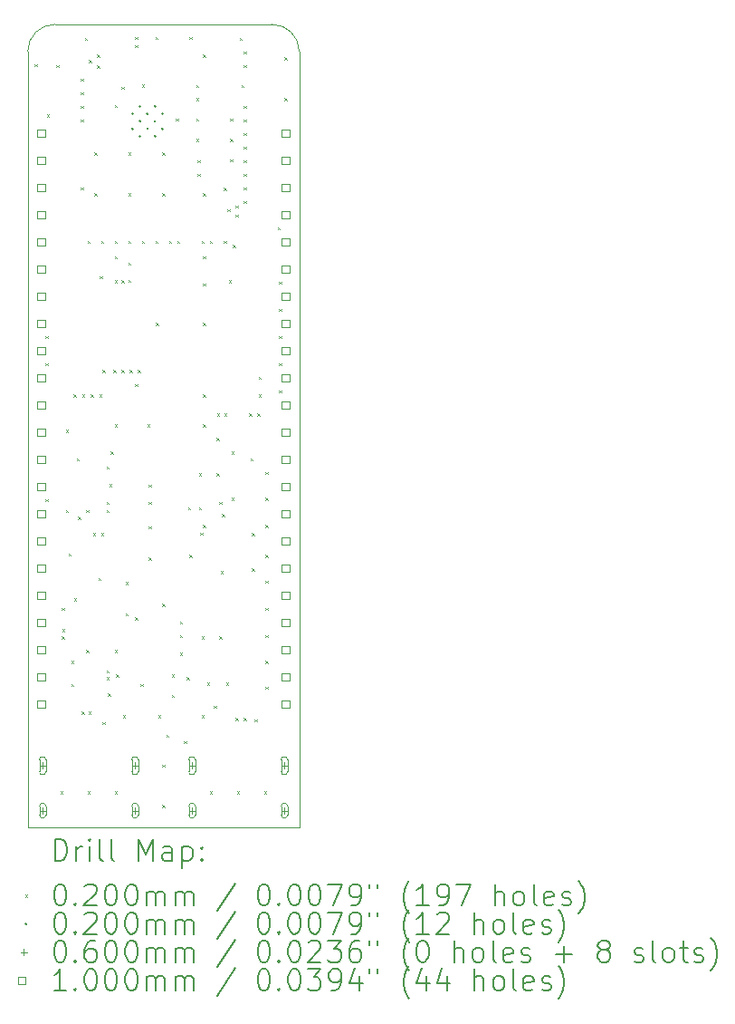
<source format=gbr>
%TF.GenerationSoftware,KiCad,Pcbnew,8.99.0-1829-g5db4d10c86*%
%TF.CreationDate,2024-08-04T21:38:41+02:00*%
%TF.ProjectId,fiit-esp32-kit-pcb,66696974-2d65-4737-9033-322d6b69742d,0.1*%
%TF.SameCoordinates,Original*%
%TF.FileFunction,Drillmap*%
%TF.FilePolarity,Positive*%
%FSLAX45Y45*%
G04 Gerber Fmt 4.5, Leading zero omitted, Abs format (unit mm)*
G04 Created by KiCad (PCBNEW 8.99.0-1829-g5db4d10c86) date 2024-08-04 21:38:41*
%MOMM*%
%LPD*%
G01*
G04 APERTURE LIST*
%ADD10C,0.100000*%
%ADD11C,0.050000*%
%ADD12C,0.200000*%
G04 APERTURE END LIST*
D10*
X19500000Y-5069000D02*
G75*
G02*
X19754000Y-4815000I254000J0D01*
G01*
D11*
X19500000Y-12315000D02*
X19500000Y-5069000D01*
X19754000Y-4815000D02*
X21786000Y-4815000D01*
X22040000Y-12315000D02*
X19500000Y-12315000D01*
D10*
X21786000Y-4815000D02*
G75*
G02*
X22040000Y-5069000I0J-254000D01*
G01*
D11*
X22040000Y-5069000D02*
X22040000Y-12315000D01*
D12*
D10*
X19566200Y-5186000D02*
X19586200Y-5206000D01*
X19586200Y-5186000D02*
X19566200Y-5206000D01*
X19667800Y-7726000D02*
X19687800Y-7746000D01*
X19687800Y-7726000D02*
X19667800Y-7746000D01*
X19667800Y-7980000D02*
X19687800Y-8000000D01*
X19687800Y-7980000D02*
X19667800Y-8000000D01*
X19667800Y-9250000D02*
X19687800Y-9270000D01*
X19687800Y-9250000D02*
X19667800Y-9270000D01*
X19680500Y-5655900D02*
X19700500Y-5675900D01*
X19700500Y-5655900D02*
X19680500Y-5675900D01*
X19769400Y-5193400D02*
X19789400Y-5213400D01*
X19789400Y-5193400D02*
X19769400Y-5213400D01*
X19807500Y-11980500D02*
X19827500Y-12000500D01*
X19827500Y-11980500D02*
X19807500Y-12000500D01*
X19820200Y-10266000D02*
X19840200Y-10286000D01*
X19840200Y-10266000D02*
X19820200Y-10286000D01*
X19820200Y-10532700D02*
X19840200Y-10552700D01*
X19840200Y-10532700D02*
X19820200Y-10552700D01*
X19822179Y-10467221D02*
X19842179Y-10487221D01*
X19842179Y-10467221D02*
X19822179Y-10487221D01*
X19858300Y-8602300D02*
X19878300Y-8622300D01*
X19878300Y-8602300D02*
X19858300Y-8622300D01*
X19858300Y-9351600D02*
X19878300Y-9371600D01*
X19878300Y-9351600D02*
X19858300Y-9371600D01*
X19883700Y-9758000D02*
X19903700Y-9778000D01*
X19903700Y-9758000D02*
X19883700Y-9778000D01*
X19909100Y-10761300D02*
X19929100Y-10781300D01*
X19929100Y-10761300D02*
X19909100Y-10781300D01*
X19909100Y-10977200D02*
X19929100Y-10997200D01*
X19929100Y-10977200D02*
X19909100Y-10997200D01*
X19928800Y-8272100D02*
X19948800Y-8292100D01*
X19948800Y-8272100D02*
X19928800Y-8292100D01*
X19934500Y-10177100D02*
X19954500Y-10197100D01*
X19954500Y-10177100D02*
X19934500Y-10197100D01*
X19959900Y-8869000D02*
X19979900Y-8889000D01*
X19979900Y-8869000D02*
X19959900Y-8889000D01*
X19972600Y-9415100D02*
X19992600Y-9435100D01*
X19992600Y-9415100D02*
X19972600Y-9435100D01*
X19998000Y-5320400D02*
X20018000Y-5340400D01*
X20018000Y-5320400D02*
X19998000Y-5340400D01*
X19998000Y-5447400D02*
X20018000Y-5467400D01*
X20018000Y-5447400D02*
X19998000Y-5467400D01*
X19998000Y-5574400D02*
X20018000Y-5594400D01*
X20018000Y-5574400D02*
X19998000Y-5594400D01*
X19998000Y-5701400D02*
X20018000Y-5721400D01*
X20018000Y-5701400D02*
X19998000Y-5721400D01*
X19998000Y-6336400D02*
X20018000Y-6356400D01*
X20018000Y-6336400D02*
X19998000Y-6356400D01*
X20004900Y-11237800D02*
X20024900Y-11257800D01*
X20024900Y-11237800D02*
X20004900Y-11257800D01*
X20008800Y-8272100D02*
X20028800Y-8292100D01*
X20028800Y-8272100D02*
X20008800Y-8292100D01*
X20036100Y-4939400D02*
X20056100Y-4959400D01*
X20056100Y-4939400D02*
X20036100Y-4959400D01*
X20048800Y-9351600D02*
X20068800Y-9371600D01*
X20068800Y-9351600D02*
X20048800Y-9371600D01*
X20048800Y-10659700D02*
X20068800Y-10679700D01*
X20068800Y-10659700D02*
X20048800Y-10679700D01*
X20061500Y-6837000D02*
X20081500Y-6857000D01*
X20081500Y-6837000D02*
X20061500Y-6857000D01*
X20061500Y-11980500D02*
X20081500Y-12000500D01*
X20081500Y-11980500D02*
X20061500Y-12000500D01*
X20067600Y-11237800D02*
X20087600Y-11257800D01*
X20087600Y-11237800D02*
X20067600Y-11257800D01*
X20074200Y-5147900D02*
X20094200Y-5167900D01*
X20094200Y-5147900D02*
X20074200Y-5167900D01*
X20088800Y-8272100D02*
X20108800Y-8292100D01*
X20108800Y-8272100D02*
X20088800Y-8292100D01*
X20112300Y-9567500D02*
X20132300Y-9587500D01*
X20132300Y-9567500D02*
X20112300Y-9587500D01*
X20125000Y-6011500D02*
X20145000Y-6031500D01*
X20145000Y-6011500D02*
X20125000Y-6031500D01*
X20125000Y-6392500D02*
X20145000Y-6412500D01*
X20145000Y-6392500D02*
X20125000Y-6412500D01*
X20150400Y-5099640D02*
X20170400Y-5119640D01*
X20170400Y-5099640D02*
X20150400Y-5119640D01*
X20150400Y-5199640D02*
X20170400Y-5219640D01*
X20170400Y-5199640D02*
X20150400Y-5219640D01*
X20164600Y-9986600D02*
X20184600Y-10006600D01*
X20184600Y-9986600D02*
X20164600Y-10006600D01*
X20168800Y-8272100D02*
X20188800Y-8292100D01*
X20188800Y-8272100D02*
X20168800Y-8292100D01*
X20175800Y-7167200D02*
X20195800Y-7187200D01*
X20195800Y-7167200D02*
X20175800Y-7187200D01*
X20188500Y-6837000D02*
X20208500Y-6857000D01*
X20208500Y-6837000D02*
X20188500Y-6857000D01*
X20188500Y-9567500D02*
X20208500Y-9587500D01*
X20208500Y-9567500D02*
X20188500Y-9587500D01*
X20201200Y-8043500D02*
X20221200Y-8063500D01*
X20221200Y-8043500D02*
X20201200Y-8063500D01*
X20201200Y-11332800D02*
X20221200Y-11352800D01*
X20221200Y-11332800D02*
X20201200Y-11352800D01*
X20239300Y-8945200D02*
X20259300Y-8965200D01*
X20259300Y-8945200D02*
X20239300Y-8965200D01*
X20239300Y-9275400D02*
X20259300Y-9295400D01*
X20259300Y-9275400D02*
X20239300Y-9295400D01*
X20239300Y-9351600D02*
X20259300Y-9371600D01*
X20259300Y-9351600D02*
X20239300Y-9371600D01*
X20239300Y-10850200D02*
X20259300Y-10870200D01*
X20259300Y-10850200D02*
X20239300Y-10870200D01*
X20239300Y-10913700D02*
X20259300Y-10933700D01*
X20259300Y-10913700D02*
X20239300Y-10933700D01*
X20252000Y-11066100D02*
X20272000Y-11086100D01*
X20272000Y-11066100D02*
X20252000Y-11086100D01*
X20264700Y-9110300D02*
X20284700Y-9130300D01*
X20284700Y-9110300D02*
X20264700Y-9130300D01*
X20277400Y-8805500D02*
X20297400Y-8825500D01*
X20297400Y-8805500D02*
X20277400Y-8825500D01*
X20302800Y-8043500D02*
X20322800Y-8063500D01*
X20322800Y-8043500D02*
X20302800Y-8063500D01*
X20315500Y-5567000D02*
X20335500Y-5587000D01*
X20335500Y-5567000D02*
X20315500Y-5587000D01*
X20315500Y-6837000D02*
X20335500Y-6857000D01*
X20335500Y-6837000D02*
X20315500Y-6857000D01*
X20315500Y-6981800D02*
X20335500Y-7001800D01*
X20335500Y-6981800D02*
X20315500Y-7001800D01*
X20315500Y-8551500D02*
X20335500Y-8571500D01*
X20335500Y-8551500D02*
X20315500Y-8571500D01*
X20315500Y-10659700D02*
X20335500Y-10679700D01*
X20335500Y-10659700D02*
X20315500Y-10679700D01*
X20315500Y-11980500D02*
X20335500Y-12000500D01*
X20335500Y-11980500D02*
X20315500Y-12000500D01*
X20316300Y-7205300D02*
X20336300Y-7225300D01*
X20336300Y-7205300D02*
X20316300Y-7225300D01*
X20328200Y-10888300D02*
X20348200Y-10908300D01*
X20348200Y-10888300D02*
X20328200Y-10908300D01*
X20379000Y-5399640D02*
X20399000Y-5419640D01*
X20399000Y-5399640D02*
X20379000Y-5419640D01*
X20379000Y-7205300D02*
X20399000Y-7225300D01*
X20399000Y-7205300D02*
X20379000Y-7225300D01*
X20379000Y-8043500D02*
X20399000Y-8063500D01*
X20399000Y-8043500D02*
X20379000Y-8063500D01*
X20391700Y-11269300D02*
X20411700Y-11289300D01*
X20411700Y-11269300D02*
X20391700Y-11289300D01*
X20417100Y-10024700D02*
X20437100Y-10044700D01*
X20437100Y-10024700D02*
X20417100Y-10044700D01*
X20417100Y-10316800D02*
X20437100Y-10336800D01*
X20437100Y-10316800D02*
X20417100Y-10336800D01*
X20442500Y-6011500D02*
X20462500Y-6031500D01*
X20462500Y-6011500D02*
X20442500Y-6031500D01*
X20442500Y-6392500D02*
X20462500Y-6412500D01*
X20462500Y-6392500D02*
X20442500Y-6412500D01*
X20442500Y-6837000D02*
X20462500Y-6857000D01*
X20462500Y-6837000D02*
X20442500Y-6857000D01*
X20442500Y-7040200D02*
X20462500Y-7060200D01*
X20462500Y-7040200D02*
X20442500Y-7060200D01*
X20442500Y-7204100D02*
X20462500Y-7224100D01*
X20462500Y-7204100D02*
X20442500Y-7224100D01*
X20455200Y-8043500D02*
X20475200Y-8063500D01*
X20475200Y-8043500D02*
X20455200Y-8063500D01*
X20506000Y-4932000D02*
X20526000Y-4952000D01*
X20526000Y-4932000D02*
X20506000Y-4952000D01*
X20506000Y-5008200D02*
X20526000Y-5028200D01*
X20526000Y-5008200D02*
X20506000Y-5028200D01*
X20506000Y-8178350D02*
X20526000Y-8198350D01*
X20526000Y-8178350D02*
X20506000Y-8198350D01*
X20506000Y-10354900D02*
X20526000Y-10374900D01*
X20526000Y-10354900D02*
X20506000Y-10374900D01*
X20531400Y-8043500D02*
X20551400Y-8063500D01*
X20551400Y-8043500D02*
X20531400Y-8063500D01*
X20556800Y-10977200D02*
X20576800Y-10997200D01*
X20576800Y-10977200D02*
X20556800Y-10997200D01*
X20569500Y-5376500D02*
X20589500Y-5396500D01*
X20589500Y-5376500D02*
X20569500Y-5396500D01*
X20569500Y-6837000D02*
X20589500Y-6857000D01*
X20589500Y-6837000D02*
X20569500Y-6857000D01*
X20620300Y-8551500D02*
X20640300Y-8571500D01*
X20640300Y-8551500D02*
X20620300Y-8571500D01*
X20633000Y-9115400D02*
X20653000Y-9135400D01*
X20653000Y-9115400D02*
X20633000Y-9135400D01*
X20633000Y-9275400D02*
X20653000Y-9295400D01*
X20653000Y-9275400D02*
X20633000Y-9295400D01*
X20633000Y-9504000D02*
X20653000Y-9524000D01*
X20653000Y-9504000D02*
X20633000Y-9524000D01*
X20633000Y-9796100D02*
X20653000Y-9816100D01*
X20653000Y-9796100D02*
X20633000Y-9816100D01*
X20696500Y-4932000D02*
X20716500Y-4952000D01*
X20716500Y-4932000D02*
X20696500Y-4952000D01*
X20696500Y-6837000D02*
X20716500Y-6857000D01*
X20716500Y-6837000D02*
X20696500Y-6857000D01*
X20699600Y-7604100D02*
X20719600Y-7624100D01*
X20719600Y-7604100D02*
X20699600Y-7624100D01*
X20721900Y-11269300D02*
X20741900Y-11289300D01*
X20741900Y-11269300D02*
X20721900Y-11289300D01*
X20760000Y-6011500D02*
X20780000Y-6031500D01*
X20780000Y-6011500D02*
X20760000Y-6031500D01*
X20760000Y-6392500D02*
X20780000Y-6412500D01*
X20780000Y-6392500D02*
X20760000Y-6412500D01*
X20760000Y-10227900D02*
X20780000Y-10247900D01*
X20780000Y-10227900D02*
X20760000Y-10247900D01*
X20760000Y-11731500D02*
X20780000Y-11751500D01*
X20780000Y-11731500D02*
X20760000Y-11751500D01*
X20760000Y-12107500D02*
X20780000Y-12127500D01*
X20780000Y-12107500D02*
X20760000Y-12127500D01*
X20798100Y-11454900D02*
X20818100Y-11474900D01*
X20818100Y-11454900D02*
X20798100Y-11474900D01*
X20823500Y-6837000D02*
X20843500Y-6857000D01*
X20843500Y-6837000D02*
X20823500Y-6857000D01*
X20848900Y-10888300D02*
X20868900Y-10908300D01*
X20868900Y-10888300D02*
X20848900Y-10908300D01*
X20848900Y-11078800D02*
X20868900Y-11098800D01*
X20868900Y-11078800D02*
X20848900Y-11098800D01*
X20887000Y-5694000D02*
X20907000Y-5714000D01*
X20907000Y-5694000D02*
X20887000Y-5714000D01*
X20899700Y-6837000D02*
X20919700Y-6857000D01*
X20919700Y-6837000D02*
X20899700Y-6857000D01*
X20925100Y-10393000D02*
X20945100Y-10413000D01*
X20945100Y-10393000D02*
X20925100Y-10413000D01*
X20925100Y-10520000D02*
X20945100Y-10540000D01*
X20945100Y-10520000D02*
X20925100Y-10540000D01*
X20925100Y-10685100D02*
X20945100Y-10705100D01*
X20945100Y-10685100D02*
X20925100Y-10705100D01*
X20963200Y-11510600D02*
X20983200Y-11530600D01*
X20983200Y-11510600D02*
X20963200Y-11530600D01*
X20988600Y-10916240D02*
X21008600Y-10936240D01*
X21008600Y-10916240D02*
X20988600Y-10936240D01*
X21001300Y-9326200D02*
X21021300Y-9346200D01*
X21021300Y-9326200D02*
X21001300Y-9346200D01*
X21014000Y-4932000D02*
X21034000Y-4952000D01*
X21034000Y-4932000D02*
X21014000Y-4952000D01*
X21014000Y-9770700D02*
X21034000Y-9790700D01*
X21034000Y-9770700D02*
X21014000Y-9790700D01*
X21077500Y-5384120D02*
X21097500Y-5404120D01*
X21097500Y-5384120D02*
X21077500Y-5404120D01*
X21077500Y-5503500D02*
X21097500Y-5523500D01*
X21097500Y-5503500D02*
X21077500Y-5523500D01*
X21077500Y-5694000D02*
X21097500Y-5714000D01*
X21097500Y-5694000D02*
X21077500Y-5714000D01*
X21077500Y-5884500D02*
X21097500Y-5904500D01*
X21097500Y-5884500D02*
X21077500Y-5904500D01*
X21090200Y-6082400D02*
X21110200Y-6102400D01*
X21110200Y-6082400D02*
X21090200Y-6102400D01*
X21090200Y-6209400D02*
X21110200Y-6229400D01*
X21110200Y-6209400D02*
X21090200Y-6229400D01*
X21102900Y-9008700D02*
X21122900Y-9028700D01*
X21122900Y-9008700D02*
X21102900Y-9028700D01*
X21102900Y-9326200D02*
X21122900Y-9346200D01*
X21122900Y-9326200D02*
X21102900Y-9346200D01*
X21115600Y-9566000D02*
X21135600Y-9586000D01*
X21135600Y-9566000D02*
X21115600Y-9586000D01*
X21128300Y-6837000D02*
X21148300Y-6857000D01*
X21148300Y-6837000D02*
X21128300Y-6857000D01*
X21128300Y-10532700D02*
X21148300Y-10552700D01*
X21148300Y-10532700D02*
X21128300Y-10552700D01*
X21128300Y-11269300D02*
X21148300Y-11289300D01*
X21148300Y-11269300D02*
X21128300Y-11289300D01*
X21141000Y-5099500D02*
X21161000Y-5119500D01*
X21161000Y-5099500D02*
X21141000Y-5119500D01*
X21141000Y-6392500D02*
X21161000Y-6412500D01*
X21161000Y-6392500D02*
X21141000Y-6412500D01*
X21141000Y-6981800D02*
X21161000Y-7001800D01*
X21161000Y-6981800D02*
X21141000Y-7001800D01*
X21141000Y-7236800D02*
X21161000Y-7256800D01*
X21161000Y-7236800D02*
X21141000Y-7256800D01*
X21141000Y-7604100D02*
X21161000Y-7624100D01*
X21161000Y-7604100D02*
X21141000Y-7624100D01*
X21141000Y-8272100D02*
X21161000Y-8292100D01*
X21161000Y-8272100D02*
X21141000Y-8292100D01*
X21141000Y-8551500D02*
X21161000Y-8571500D01*
X21161000Y-8551500D02*
X21141000Y-8571500D01*
X21141000Y-9491300D02*
X21161000Y-9511300D01*
X21161000Y-9491300D02*
X21141000Y-9511300D01*
X21179100Y-10965800D02*
X21199100Y-10985800D01*
X21199100Y-10965800D02*
X21179100Y-10985800D01*
X21204500Y-6837000D02*
X21224500Y-6857000D01*
X21224500Y-6837000D02*
X21204500Y-6857000D01*
X21204500Y-11980500D02*
X21224500Y-12000500D01*
X21224500Y-11980500D02*
X21204500Y-12000500D01*
X21242600Y-11180400D02*
X21262600Y-11200400D01*
X21262600Y-11180400D02*
X21242600Y-11200400D01*
X21268000Y-8678500D02*
X21288000Y-8698500D01*
X21288000Y-8678500D02*
X21268000Y-8698500D01*
X21268000Y-9008700D02*
X21288000Y-9028700D01*
X21288000Y-9008700D02*
X21268000Y-9028700D01*
X21268800Y-8449900D02*
X21288800Y-8469900D01*
X21288800Y-8449900D02*
X21268800Y-8469900D01*
X21293400Y-9275400D02*
X21313400Y-9295400D01*
X21313400Y-9275400D02*
X21293400Y-9295400D01*
X21293400Y-10532700D02*
X21313400Y-10552700D01*
X21313400Y-10532700D02*
X21293400Y-10552700D01*
X21306100Y-9923100D02*
X21326100Y-9943100D01*
X21326100Y-9923100D02*
X21306100Y-9943100D01*
X21318800Y-9389700D02*
X21338800Y-9409700D01*
X21338800Y-9389700D02*
X21318800Y-9409700D01*
X21335700Y-6341700D02*
X21355700Y-6361700D01*
X21355700Y-6341700D02*
X21335700Y-6361700D01*
X21335700Y-6837000D02*
X21355700Y-6857000D01*
X21355700Y-6837000D02*
X21335700Y-6857000D01*
X21341400Y-8449900D02*
X21361400Y-8469900D01*
X21361400Y-8449900D02*
X21341400Y-8469900D01*
X21356900Y-10965800D02*
X21376900Y-10985800D01*
X21376900Y-10965800D02*
X21356900Y-10985800D01*
X21369600Y-6542700D02*
X21389600Y-6562700D01*
X21389600Y-6542700D02*
X21369600Y-6562700D01*
X21382300Y-7205300D02*
X21402300Y-7225300D01*
X21402300Y-7205300D02*
X21382300Y-7225300D01*
X21395000Y-5694000D02*
X21415000Y-5714000D01*
X21415000Y-5694000D02*
X21395000Y-5714000D01*
X21395000Y-5884500D02*
X21415000Y-5904500D01*
X21415000Y-5884500D02*
X21395000Y-5904500D01*
X21395000Y-6075000D02*
X21415000Y-6095000D01*
X21415000Y-6075000D02*
X21395000Y-6095000D01*
X21409100Y-8805500D02*
X21429100Y-8825500D01*
X21429100Y-8805500D02*
X21409100Y-8825500D01*
X21409100Y-9237300D02*
X21429100Y-9257300D01*
X21429100Y-9237300D02*
X21409100Y-9257300D01*
X21420400Y-6875100D02*
X21440400Y-6895100D01*
X21440400Y-6875100D02*
X21420400Y-6895100D01*
X21445800Y-6506800D02*
X21465800Y-6526800D01*
X21465800Y-6506800D02*
X21445800Y-6526800D01*
X21445800Y-6590400D02*
X21465800Y-6610400D01*
X21465800Y-6590400D02*
X21445800Y-6610400D01*
X21445800Y-11294700D02*
X21465800Y-11314700D01*
X21465800Y-11294700D02*
X21445800Y-11314700D01*
X21458500Y-11980500D02*
X21478500Y-12000500D01*
X21478500Y-11980500D02*
X21458500Y-12000500D01*
X21483900Y-4939400D02*
X21503900Y-4959400D01*
X21503900Y-4939400D02*
X21483900Y-4959400D01*
X21501680Y-5384120D02*
X21521680Y-5404120D01*
X21521680Y-5384120D02*
X21501680Y-5404120D01*
X21522000Y-5066400D02*
X21542000Y-5086400D01*
X21542000Y-5066400D02*
X21522000Y-5086400D01*
X21522000Y-5193400D02*
X21542000Y-5213400D01*
X21542000Y-5193400D02*
X21522000Y-5213400D01*
X21522000Y-5574400D02*
X21542000Y-5594400D01*
X21542000Y-5574400D02*
X21522000Y-5594400D01*
X21522000Y-5701400D02*
X21542000Y-5721400D01*
X21542000Y-5701400D02*
X21522000Y-5721400D01*
X21522000Y-5828400D02*
X21542000Y-5848400D01*
X21542000Y-5828400D02*
X21522000Y-5848400D01*
X21522000Y-5955400D02*
X21542000Y-5975400D01*
X21542000Y-5955400D02*
X21522000Y-5975400D01*
X21522000Y-6082400D02*
X21542000Y-6102400D01*
X21542000Y-6082400D02*
X21522000Y-6102400D01*
X21522000Y-6209400D02*
X21542000Y-6229400D01*
X21542000Y-6209400D02*
X21522000Y-6229400D01*
X21522000Y-6336400D02*
X21542000Y-6356400D01*
X21542000Y-6336400D02*
X21522000Y-6356400D01*
X21522000Y-6463400D02*
X21542000Y-6483400D01*
X21542000Y-6463400D02*
X21522000Y-6483400D01*
X21522000Y-11294700D02*
X21542000Y-11314700D01*
X21542000Y-11294700D02*
X21522000Y-11314700D01*
X21572800Y-8449900D02*
X21592800Y-8469900D01*
X21592800Y-8449900D02*
X21572800Y-8469900D01*
X21584100Y-8869000D02*
X21604100Y-8889000D01*
X21604100Y-8869000D02*
X21584100Y-8889000D01*
X21598200Y-9567500D02*
X21618200Y-9587500D01*
X21618200Y-9567500D02*
X21598200Y-9587500D01*
X21598200Y-9897700D02*
X21618200Y-9917700D01*
X21618200Y-9897700D02*
X21598200Y-9917700D01*
X21623600Y-11307400D02*
X21643600Y-11327400D01*
X21643600Y-11307400D02*
X21623600Y-11327400D01*
X21649000Y-8449900D02*
X21669000Y-8469900D01*
X21669000Y-8449900D02*
X21649000Y-8469900D01*
X21661700Y-8107000D02*
X21681700Y-8127000D01*
X21681700Y-8107000D02*
X21661700Y-8127000D01*
X21661700Y-8272100D02*
X21681700Y-8292100D01*
X21681700Y-8272100D02*
X21661700Y-8292100D01*
X21712500Y-11980500D02*
X21732500Y-12000500D01*
X21732500Y-11980500D02*
X21712500Y-12000500D01*
X21725200Y-8996000D02*
X21745200Y-9016000D01*
X21745200Y-8996000D02*
X21725200Y-9016000D01*
X21725200Y-9237300D02*
X21745200Y-9257300D01*
X21745200Y-9237300D02*
X21725200Y-9257300D01*
X21725200Y-9491300D02*
X21745200Y-9511300D01*
X21745200Y-9491300D02*
X21725200Y-9511300D01*
X21725200Y-9770700D02*
X21745200Y-9790700D01*
X21745200Y-9770700D02*
X21725200Y-9790700D01*
X21725200Y-10012000D02*
X21745200Y-10032000D01*
X21745200Y-10012000D02*
X21725200Y-10032000D01*
X21725200Y-10266000D02*
X21745200Y-10286000D01*
X21745200Y-10266000D02*
X21725200Y-10286000D01*
X21725200Y-10520000D02*
X21745200Y-10540000D01*
X21745200Y-10520000D02*
X21725200Y-10540000D01*
X21725200Y-10761300D02*
X21745200Y-10781300D01*
X21745200Y-10761300D02*
X21725200Y-10781300D01*
X21725200Y-11002600D02*
X21745200Y-11022600D01*
X21745200Y-11002600D02*
X21725200Y-11022600D01*
X21839500Y-6710000D02*
X21859500Y-6730000D01*
X21859500Y-6710000D02*
X21839500Y-6730000D01*
X21852200Y-7218000D02*
X21872200Y-7238000D01*
X21872200Y-7218000D02*
X21852200Y-7238000D01*
X21852200Y-7472000D02*
X21872200Y-7492000D01*
X21872200Y-7472000D02*
X21852200Y-7492000D01*
X21852200Y-7726000D02*
X21872200Y-7746000D01*
X21872200Y-7726000D02*
X21852200Y-7746000D01*
X21852200Y-7980000D02*
X21872200Y-8000000D01*
X21872200Y-7980000D02*
X21852200Y-8000000D01*
X21852200Y-8234000D02*
X21872200Y-8254000D01*
X21872200Y-8234000D02*
X21852200Y-8254000D01*
X21903000Y-5122500D02*
X21923000Y-5142500D01*
X21923000Y-5122500D02*
X21903000Y-5142500D01*
X21903000Y-5503500D02*
X21923000Y-5523500D01*
X21923000Y-5503500D02*
X21903000Y-5523500D01*
X20490000Y-5651400D02*
G75*
G02*
X20470000Y-5651400I-10000J0D01*
G01*
X20470000Y-5651400D02*
G75*
G02*
X20490000Y-5651400I10000J0D01*
G01*
X20490000Y-5791400D02*
G75*
G02*
X20470000Y-5791400I-10000J0D01*
G01*
X20470000Y-5791400D02*
G75*
G02*
X20490000Y-5791400I10000J0D01*
G01*
X20560000Y-5581400D02*
G75*
G02*
X20540000Y-5581400I-10000J0D01*
G01*
X20540000Y-5581400D02*
G75*
G02*
X20560000Y-5581400I10000J0D01*
G01*
X20560000Y-5721400D02*
G75*
G02*
X20540000Y-5721400I-10000J0D01*
G01*
X20540000Y-5721400D02*
G75*
G02*
X20560000Y-5721400I10000J0D01*
G01*
X20560000Y-5861400D02*
G75*
G02*
X20540000Y-5861400I-10000J0D01*
G01*
X20540000Y-5861400D02*
G75*
G02*
X20560000Y-5861400I10000J0D01*
G01*
X20630000Y-5651400D02*
G75*
G02*
X20610000Y-5651400I-10000J0D01*
G01*
X20610000Y-5651400D02*
G75*
G02*
X20630000Y-5651400I10000J0D01*
G01*
X20630000Y-5791400D02*
G75*
G02*
X20610000Y-5791400I-10000J0D01*
G01*
X20610000Y-5791400D02*
G75*
G02*
X20630000Y-5791400I10000J0D01*
G01*
X20700000Y-5581400D02*
G75*
G02*
X20680000Y-5581400I-10000J0D01*
G01*
X20680000Y-5581400D02*
G75*
G02*
X20700000Y-5581400I10000J0D01*
G01*
X20700000Y-5721400D02*
G75*
G02*
X20680000Y-5721400I-10000J0D01*
G01*
X20680000Y-5721400D02*
G75*
G02*
X20700000Y-5721400I10000J0D01*
G01*
X20700000Y-5861400D02*
G75*
G02*
X20680000Y-5861400I-10000J0D01*
G01*
X20680000Y-5861400D02*
G75*
G02*
X20700000Y-5861400I10000J0D01*
G01*
X20770000Y-5651400D02*
G75*
G02*
X20750000Y-5651400I-10000J0D01*
G01*
X20750000Y-5651400D02*
G75*
G02*
X20770000Y-5651400I10000J0D01*
G01*
X20770000Y-5791400D02*
G75*
G02*
X20750000Y-5791400I-10000J0D01*
G01*
X20750000Y-5791400D02*
G75*
G02*
X20770000Y-5791400I10000J0D01*
G01*
X19639500Y-11711500D02*
X19639500Y-11771500D01*
X19609500Y-11741500D02*
X19669500Y-11741500D01*
X19609500Y-11686500D02*
X19609500Y-11796500D01*
X19669500Y-11796500D02*
G75*
G02*
X19609500Y-11796500I-30000J0D01*
G01*
X19669500Y-11796500D02*
X19669500Y-11686500D01*
X19669500Y-11686500D02*
G75*
G03*
X19609500Y-11686500I-30000J0D01*
G01*
X19639500Y-12131500D02*
X19639500Y-12191500D01*
X19609500Y-12161500D02*
X19669500Y-12161500D01*
X19609500Y-12121500D02*
X19609500Y-12201500D01*
X19669500Y-12201500D02*
G75*
G02*
X19609500Y-12201500I-30000J0D01*
G01*
X19669500Y-12201500D02*
X19669500Y-12121500D01*
X19669500Y-12121500D02*
G75*
G03*
X19609500Y-12121500I-30000J0D01*
G01*
X20503500Y-11711500D02*
X20503500Y-11771500D01*
X20473500Y-11741500D02*
X20533500Y-11741500D01*
X20473500Y-11686500D02*
X20473500Y-11796500D01*
X20533500Y-11796500D02*
G75*
G02*
X20473500Y-11796500I-30000J0D01*
G01*
X20533500Y-11796500D02*
X20533500Y-11686500D01*
X20533500Y-11686500D02*
G75*
G03*
X20473500Y-11686500I-30000J0D01*
G01*
X20503500Y-12131500D02*
X20503500Y-12191500D01*
X20473500Y-12161500D02*
X20533500Y-12161500D01*
X20473500Y-12121500D02*
X20473500Y-12201500D01*
X20533500Y-12201500D02*
G75*
G02*
X20473500Y-12201500I-30000J0D01*
G01*
X20533500Y-12201500D02*
X20533500Y-12121500D01*
X20533500Y-12121500D02*
G75*
G03*
X20473500Y-12121500I-30000J0D01*
G01*
X21036500Y-11711500D02*
X21036500Y-11771500D01*
X21006500Y-11741500D02*
X21066500Y-11741500D01*
X21006500Y-11686500D02*
X21006500Y-11796500D01*
X21066500Y-11796500D02*
G75*
G02*
X21006500Y-11796500I-30000J0D01*
G01*
X21066500Y-11796500D02*
X21066500Y-11686500D01*
X21066500Y-11686500D02*
G75*
G03*
X21006500Y-11686500I-30000J0D01*
G01*
X21036500Y-12131500D02*
X21036500Y-12191500D01*
X21006500Y-12161500D02*
X21066500Y-12161500D01*
X21006500Y-12121500D02*
X21006500Y-12201500D01*
X21066500Y-12201500D02*
G75*
G02*
X21006500Y-12201500I-30000J0D01*
G01*
X21066500Y-12201500D02*
X21066500Y-12121500D01*
X21066500Y-12121500D02*
G75*
G03*
X21006500Y-12121500I-30000J0D01*
G01*
X21900500Y-11711500D02*
X21900500Y-11771500D01*
X21870500Y-11741500D02*
X21930500Y-11741500D01*
X21870500Y-11686500D02*
X21870500Y-11796500D01*
X21930500Y-11796500D02*
G75*
G02*
X21870500Y-11796500I-30000J0D01*
G01*
X21930500Y-11796500D02*
X21930500Y-11686500D01*
X21930500Y-11686500D02*
G75*
G03*
X21870500Y-11686500I-30000J0D01*
G01*
X21900500Y-12131500D02*
X21900500Y-12191500D01*
X21870500Y-12161500D02*
X21930500Y-12161500D01*
X21870500Y-12121500D02*
X21870500Y-12201500D01*
X21930500Y-12201500D02*
G75*
G02*
X21870500Y-12201500I-30000J0D01*
G01*
X21930500Y-12201500D02*
X21930500Y-12121500D01*
X21930500Y-12121500D02*
G75*
G03*
X21870500Y-12121500I-30000J0D01*
G01*
X19662356Y-5866356D02*
X19662356Y-5795644D01*
X19591644Y-5795644D01*
X19591644Y-5866356D01*
X19662356Y-5866356D01*
X19662356Y-6120356D02*
X19662356Y-6049644D01*
X19591644Y-6049644D01*
X19591644Y-6120356D01*
X19662356Y-6120356D01*
X19662356Y-6374356D02*
X19662356Y-6303644D01*
X19591644Y-6303644D01*
X19591644Y-6374356D01*
X19662356Y-6374356D01*
X19662356Y-6628356D02*
X19662356Y-6557644D01*
X19591644Y-6557644D01*
X19591644Y-6628356D01*
X19662356Y-6628356D01*
X19662356Y-6882356D02*
X19662356Y-6811644D01*
X19591644Y-6811644D01*
X19591644Y-6882356D01*
X19662356Y-6882356D01*
X19662356Y-7136356D02*
X19662356Y-7065644D01*
X19591644Y-7065644D01*
X19591644Y-7136356D01*
X19662356Y-7136356D01*
X19662356Y-7390356D02*
X19662356Y-7319644D01*
X19591644Y-7319644D01*
X19591644Y-7390356D01*
X19662356Y-7390356D01*
X19662356Y-7644356D02*
X19662356Y-7573644D01*
X19591644Y-7573644D01*
X19591644Y-7644356D01*
X19662356Y-7644356D01*
X19662356Y-7898356D02*
X19662356Y-7827644D01*
X19591644Y-7827644D01*
X19591644Y-7898356D01*
X19662356Y-7898356D01*
X19662356Y-8152356D02*
X19662356Y-8081644D01*
X19591644Y-8081644D01*
X19591644Y-8152356D01*
X19662356Y-8152356D01*
X19662356Y-8406356D02*
X19662356Y-8335644D01*
X19591644Y-8335644D01*
X19591644Y-8406356D01*
X19662356Y-8406356D01*
X19662356Y-8660356D02*
X19662356Y-8589644D01*
X19591644Y-8589644D01*
X19591644Y-8660356D01*
X19662356Y-8660356D01*
X19662356Y-8914356D02*
X19662356Y-8843644D01*
X19591644Y-8843644D01*
X19591644Y-8914356D01*
X19662356Y-8914356D01*
X19662356Y-9168356D02*
X19662356Y-9097644D01*
X19591644Y-9097644D01*
X19591644Y-9168356D01*
X19662356Y-9168356D01*
X19662356Y-9422356D02*
X19662356Y-9351644D01*
X19591644Y-9351644D01*
X19591644Y-9422356D01*
X19662356Y-9422356D01*
X19662356Y-9676356D02*
X19662356Y-9605644D01*
X19591644Y-9605644D01*
X19591644Y-9676356D01*
X19662356Y-9676356D01*
X19662356Y-9930356D02*
X19662356Y-9859644D01*
X19591644Y-9859644D01*
X19591644Y-9930356D01*
X19662356Y-9930356D01*
X19662356Y-10184356D02*
X19662356Y-10113644D01*
X19591644Y-10113644D01*
X19591644Y-10184356D01*
X19662356Y-10184356D01*
X19662356Y-10438356D02*
X19662356Y-10367644D01*
X19591644Y-10367644D01*
X19591644Y-10438356D01*
X19662356Y-10438356D01*
X19662356Y-10692356D02*
X19662356Y-10621644D01*
X19591644Y-10621644D01*
X19591644Y-10692356D01*
X19662356Y-10692356D01*
X19662356Y-10946356D02*
X19662356Y-10875644D01*
X19591644Y-10875644D01*
X19591644Y-10946356D01*
X19662356Y-10946356D01*
X19662356Y-11200356D02*
X19662356Y-11129644D01*
X19591644Y-11129644D01*
X19591644Y-11200356D01*
X19662356Y-11200356D01*
X21948356Y-5866356D02*
X21948356Y-5795644D01*
X21877644Y-5795644D01*
X21877644Y-5866356D01*
X21948356Y-5866356D01*
X21948356Y-6120356D02*
X21948356Y-6049644D01*
X21877644Y-6049644D01*
X21877644Y-6120356D01*
X21948356Y-6120356D01*
X21948356Y-6374356D02*
X21948356Y-6303644D01*
X21877644Y-6303644D01*
X21877644Y-6374356D01*
X21948356Y-6374356D01*
X21948356Y-6628356D02*
X21948356Y-6557644D01*
X21877644Y-6557644D01*
X21877644Y-6628356D01*
X21948356Y-6628356D01*
X21948356Y-6882356D02*
X21948356Y-6811644D01*
X21877644Y-6811644D01*
X21877644Y-6882356D01*
X21948356Y-6882356D01*
X21948356Y-7136356D02*
X21948356Y-7065644D01*
X21877644Y-7065644D01*
X21877644Y-7136356D01*
X21948356Y-7136356D01*
X21948356Y-7390356D02*
X21948356Y-7319644D01*
X21877644Y-7319644D01*
X21877644Y-7390356D01*
X21948356Y-7390356D01*
X21948356Y-7644356D02*
X21948356Y-7573644D01*
X21877644Y-7573644D01*
X21877644Y-7644356D01*
X21948356Y-7644356D01*
X21948356Y-7898356D02*
X21948356Y-7827644D01*
X21877644Y-7827644D01*
X21877644Y-7898356D01*
X21948356Y-7898356D01*
X21948356Y-8152356D02*
X21948356Y-8081644D01*
X21877644Y-8081644D01*
X21877644Y-8152356D01*
X21948356Y-8152356D01*
X21948356Y-8406356D02*
X21948356Y-8335644D01*
X21877644Y-8335644D01*
X21877644Y-8406356D01*
X21948356Y-8406356D01*
X21948356Y-8660356D02*
X21948356Y-8589644D01*
X21877644Y-8589644D01*
X21877644Y-8660356D01*
X21948356Y-8660356D01*
X21948356Y-8914356D02*
X21948356Y-8843644D01*
X21877644Y-8843644D01*
X21877644Y-8914356D01*
X21948356Y-8914356D01*
X21948356Y-9168356D02*
X21948356Y-9097644D01*
X21877644Y-9097644D01*
X21877644Y-9168356D01*
X21948356Y-9168356D01*
X21948356Y-9422356D02*
X21948356Y-9351644D01*
X21877644Y-9351644D01*
X21877644Y-9422356D01*
X21948356Y-9422356D01*
X21948356Y-9676356D02*
X21948356Y-9605644D01*
X21877644Y-9605644D01*
X21877644Y-9676356D01*
X21948356Y-9676356D01*
X21948356Y-9930356D02*
X21948356Y-9859644D01*
X21877644Y-9859644D01*
X21877644Y-9930356D01*
X21948356Y-9930356D01*
X21948356Y-10184356D02*
X21948356Y-10113644D01*
X21877644Y-10113644D01*
X21877644Y-10184356D01*
X21948356Y-10184356D01*
X21948356Y-10438356D02*
X21948356Y-10367644D01*
X21877644Y-10367644D01*
X21877644Y-10438356D01*
X21948356Y-10438356D01*
X21948356Y-10692356D02*
X21948356Y-10621644D01*
X21877644Y-10621644D01*
X21877644Y-10692356D01*
X21948356Y-10692356D01*
X21948356Y-10946356D02*
X21948356Y-10875644D01*
X21877644Y-10875644D01*
X21877644Y-10946356D01*
X21948356Y-10946356D01*
X21948356Y-11200356D02*
X21948356Y-11129644D01*
X21877644Y-11129644D01*
X21877644Y-11200356D01*
X21948356Y-11200356D01*
D12*
X19755777Y-12628984D02*
X19755777Y-12428984D01*
X19755777Y-12428984D02*
X19803396Y-12428984D01*
X19803396Y-12428984D02*
X19831967Y-12438508D01*
X19831967Y-12438508D02*
X19851015Y-12457555D01*
X19851015Y-12457555D02*
X19860539Y-12476603D01*
X19860539Y-12476603D02*
X19870063Y-12514698D01*
X19870063Y-12514698D02*
X19870063Y-12543269D01*
X19870063Y-12543269D02*
X19860539Y-12581365D01*
X19860539Y-12581365D02*
X19851015Y-12600412D01*
X19851015Y-12600412D02*
X19831967Y-12619460D01*
X19831967Y-12619460D02*
X19803396Y-12628984D01*
X19803396Y-12628984D02*
X19755777Y-12628984D01*
X19955777Y-12628984D02*
X19955777Y-12495650D01*
X19955777Y-12533746D02*
X19965301Y-12514698D01*
X19965301Y-12514698D02*
X19974824Y-12505174D01*
X19974824Y-12505174D02*
X19993872Y-12495650D01*
X19993872Y-12495650D02*
X20012920Y-12495650D01*
X20079586Y-12628984D02*
X20079586Y-12495650D01*
X20079586Y-12428984D02*
X20070063Y-12438508D01*
X20070063Y-12438508D02*
X20079586Y-12448031D01*
X20079586Y-12448031D02*
X20089110Y-12438508D01*
X20089110Y-12438508D02*
X20079586Y-12428984D01*
X20079586Y-12428984D02*
X20079586Y-12448031D01*
X20203396Y-12628984D02*
X20184348Y-12619460D01*
X20184348Y-12619460D02*
X20174824Y-12600412D01*
X20174824Y-12600412D02*
X20174824Y-12428984D01*
X20308158Y-12628984D02*
X20289110Y-12619460D01*
X20289110Y-12619460D02*
X20279586Y-12600412D01*
X20279586Y-12600412D02*
X20279586Y-12428984D01*
X20536729Y-12628984D02*
X20536729Y-12428984D01*
X20536729Y-12428984D02*
X20603396Y-12571841D01*
X20603396Y-12571841D02*
X20670063Y-12428984D01*
X20670063Y-12428984D02*
X20670063Y-12628984D01*
X20851015Y-12628984D02*
X20851015Y-12524222D01*
X20851015Y-12524222D02*
X20841491Y-12505174D01*
X20841491Y-12505174D02*
X20822444Y-12495650D01*
X20822444Y-12495650D02*
X20784348Y-12495650D01*
X20784348Y-12495650D02*
X20765301Y-12505174D01*
X20851015Y-12619460D02*
X20831967Y-12628984D01*
X20831967Y-12628984D02*
X20784348Y-12628984D01*
X20784348Y-12628984D02*
X20765301Y-12619460D01*
X20765301Y-12619460D02*
X20755777Y-12600412D01*
X20755777Y-12600412D02*
X20755777Y-12581365D01*
X20755777Y-12581365D02*
X20765301Y-12562317D01*
X20765301Y-12562317D02*
X20784348Y-12552793D01*
X20784348Y-12552793D02*
X20831967Y-12552793D01*
X20831967Y-12552793D02*
X20851015Y-12543269D01*
X20946253Y-12495650D02*
X20946253Y-12695650D01*
X20946253Y-12505174D02*
X20965301Y-12495650D01*
X20965301Y-12495650D02*
X21003396Y-12495650D01*
X21003396Y-12495650D02*
X21022444Y-12505174D01*
X21022444Y-12505174D02*
X21031967Y-12514698D01*
X21031967Y-12514698D02*
X21041491Y-12533746D01*
X21041491Y-12533746D02*
X21041491Y-12590888D01*
X21041491Y-12590888D02*
X21031967Y-12609936D01*
X21031967Y-12609936D02*
X21022444Y-12619460D01*
X21022444Y-12619460D02*
X21003396Y-12628984D01*
X21003396Y-12628984D02*
X20965301Y-12628984D01*
X20965301Y-12628984D02*
X20946253Y-12619460D01*
X21127205Y-12609936D02*
X21136729Y-12619460D01*
X21136729Y-12619460D02*
X21127205Y-12628984D01*
X21127205Y-12628984D02*
X21117682Y-12619460D01*
X21117682Y-12619460D02*
X21127205Y-12609936D01*
X21127205Y-12609936D02*
X21127205Y-12628984D01*
X21127205Y-12505174D02*
X21136729Y-12514698D01*
X21136729Y-12514698D02*
X21127205Y-12524222D01*
X21127205Y-12524222D02*
X21117682Y-12514698D01*
X21117682Y-12514698D02*
X21127205Y-12505174D01*
X21127205Y-12505174D02*
X21127205Y-12524222D01*
D10*
X19475000Y-12947500D02*
X19495000Y-12967500D01*
X19495000Y-12947500D02*
X19475000Y-12967500D01*
D12*
X19793872Y-12848984D02*
X19812920Y-12848984D01*
X19812920Y-12848984D02*
X19831967Y-12858508D01*
X19831967Y-12858508D02*
X19841491Y-12868031D01*
X19841491Y-12868031D02*
X19851015Y-12887079D01*
X19851015Y-12887079D02*
X19860539Y-12925174D01*
X19860539Y-12925174D02*
X19860539Y-12972793D01*
X19860539Y-12972793D02*
X19851015Y-13010888D01*
X19851015Y-13010888D02*
X19841491Y-13029936D01*
X19841491Y-13029936D02*
X19831967Y-13039460D01*
X19831967Y-13039460D02*
X19812920Y-13048984D01*
X19812920Y-13048984D02*
X19793872Y-13048984D01*
X19793872Y-13048984D02*
X19774824Y-13039460D01*
X19774824Y-13039460D02*
X19765301Y-13029936D01*
X19765301Y-13029936D02*
X19755777Y-13010888D01*
X19755777Y-13010888D02*
X19746253Y-12972793D01*
X19746253Y-12972793D02*
X19746253Y-12925174D01*
X19746253Y-12925174D02*
X19755777Y-12887079D01*
X19755777Y-12887079D02*
X19765301Y-12868031D01*
X19765301Y-12868031D02*
X19774824Y-12858508D01*
X19774824Y-12858508D02*
X19793872Y-12848984D01*
X19946253Y-13029936D02*
X19955777Y-13039460D01*
X19955777Y-13039460D02*
X19946253Y-13048984D01*
X19946253Y-13048984D02*
X19936729Y-13039460D01*
X19936729Y-13039460D02*
X19946253Y-13029936D01*
X19946253Y-13029936D02*
X19946253Y-13048984D01*
X20031967Y-12868031D02*
X20041491Y-12858508D01*
X20041491Y-12858508D02*
X20060539Y-12848984D01*
X20060539Y-12848984D02*
X20108158Y-12848984D01*
X20108158Y-12848984D02*
X20127205Y-12858508D01*
X20127205Y-12858508D02*
X20136729Y-12868031D01*
X20136729Y-12868031D02*
X20146253Y-12887079D01*
X20146253Y-12887079D02*
X20146253Y-12906127D01*
X20146253Y-12906127D02*
X20136729Y-12934698D01*
X20136729Y-12934698D02*
X20022444Y-13048984D01*
X20022444Y-13048984D02*
X20146253Y-13048984D01*
X20270063Y-12848984D02*
X20289110Y-12848984D01*
X20289110Y-12848984D02*
X20308158Y-12858508D01*
X20308158Y-12858508D02*
X20317682Y-12868031D01*
X20317682Y-12868031D02*
X20327205Y-12887079D01*
X20327205Y-12887079D02*
X20336729Y-12925174D01*
X20336729Y-12925174D02*
X20336729Y-12972793D01*
X20336729Y-12972793D02*
X20327205Y-13010888D01*
X20327205Y-13010888D02*
X20317682Y-13029936D01*
X20317682Y-13029936D02*
X20308158Y-13039460D01*
X20308158Y-13039460D02*
X20289110Y-13048984D01*
X20289110Y-13048984D02*
X20270063Y-13048984D01*
X20270063Y-13048984D02*
X20251015Y-13039460D01*
X20251015Y-13039460D02*
X20241491Y-13029936D01*
X20241491Y-13029936D02*
X20231967Y-13010888D01*
X20231967Y-13010888D02*
X20222444Y-12972793D01*
X20222444Y-12972793D02*
X20222444Y-12925174D01*
X20222444Y-12925174D02*
X20231967Y-12887079D01*
X20231967Y-12887079D02*
X20241491Y-12868031D01*
X20241491Y-12868031D02*
X20251015Y-12858508D01*
X20251015Y-12858508D02*
X20270063Y-12848984D01*
X20460539Y-12848984D02*
X20479586Y-12848984D01*
X20479586Y-12848984D02*
X20498634Y-12858508D01*
X20498634Y-12858508D02*
X20508158Y-12868031D01*
X20508158Y-12868031D02*
X20517682Y-12887079D01*
X20517682Y-12887079D02*
X20527205Y-12925174D01*
X20527205Y-12925174D02*
X20527205Y-12972793D01*
X20527205Y-12972793D02*
X20517682Y-13010888D01*
X20517682Y-13010888D02*
X20508158Y-13029936D01*
X20508158Y-13029936D02*
X20498634Y-13039460D01*
X20498634Y-13039460D02*
X20479586Y-13048984D01*
X20479586Y-13048984D02*
X20460539Y-13048984D01*
X20460539Y-13048984D02*
X20441491Y-13039460D01*
X20441491Y-13039460D02*
X20431967Y-13029936D01*
X20431967Y-13029936D02*
X20422444Y-13010888D01*
X20422444Y-13010888D02*
X20412920Y-12972793D01*
X20412920Y-12972793D02*
X20412920Y-12925174D01*
X20412920Y-12925174D02*
X20422444Y-12887079D01*
X20422444Y-12887079D02*
X20431967Y-12868031D01*
X20431967Y-12868031D02*
X20441491Y-12858508D01*
X20441491Y-12858508D02*
X20460539Y-12848984D01*
X20612920Y-13048984D02*
X20612920Y-12915650D01*
X20612920Y-12934698D02*
X20622444Y-12925174D01*
X20622444Y-12925174D02*
X20641491Y-12915650D01*
X20641491Y-12915650D02*
X20670063Y-12915650D01*
X20670063Y-12915650D02*
X20689110Y-12925174D01*
X20689110Y-12925174D02*
X20698634Y-12944222D01*
X20698634Y-12944222D02*
X20698634Y-13048984D01*
X20698634Y-12944222D02*
X20708158Y-12925174D01*
X20708158Y-12925174D02*
X20727205Y-12915650D01*
X20727205Y-12915650D02*
X20755777Y-12915650D01*
X20755777Y-12915650D02*
X20774825Y-12925174D01*
X20774825Y-12925174D02*
X20784348Y-12944222D01*
X20784348Y-12944222D02*
X20784348Y-13048984D01*
X20879586Y-13048984D02*
X20879586Y-12915650D01*
X20879586Y-12934698D02*
X20889110Y-12925174D01*
X20889110Y-12925174D02*
X20908158Y-12915650D01*
X20908158Y-12915650D02*
X20936729Y-12915650D01*
X20936729Y-12915650D02*
X20955777Y-12925174D01*
X20955777Y-12925174D02*
X20965301Y-12944222D01*
X20965301Y-12944222D02*
X20965301Y-13048984D01*
X20965301Y-12944222D02*
X20974825Y-12925174D01*
X20974825Y-12925174D02*
X20993872Y-12915650D01*
X20993872Y-12915650D02*
X21022444Y-12915650D01*
X21022444Y-12915650D02*
X21041491Y-12925174D01*
X21041491Y-12925174D02*
X21051015Y-12944222D01*
X21051015Y-12944222D02*
X21051015Y-13048984D01*
X21441491Y-12839460D02*
X21270063Y-13096603D01*
X21698634Y-12848984D02*
X21717682Y-12848984D01*
X21717682Y-12848984D02*
X21736729Y-12858508D01*
X21736729Y-12858508D02*
X21746253Y-12868031D01*
X21746253Y-12868031D02*
X21755777Y-12887079D01*
X21755777Y-12887079D02*
X21765301Y-12925174D01*
X21765301Y-12925174D02*
X21765301Y-12972793D01*
X21765301Y-12972793D02*
X21755777Y-13010888D01*
X21755777Y-13010888D02*
X21746253Y-13029936D01*
X21746253Y-13029936D02*
X21736729Y-13039460D01*
X21736729Y-13039460D02*
X21717682Y-13048984D01*
X21717682Y-13048984D02*
X21698634Y-13048984D01*
X21698634Y-13048984D02*
X21679587Y-13039460D01*
X21679587Y-13039460D02*
X21670063Y-13029936D01*
X21670063Y-13029936D02*
X21660539Y-13010888D01*
X21660539Y-13010888D02*
X21651015Y-12972793D01*
X21651015Y-12972793D02*
X21651015Y-12925174D01*
X21651015Y-12925174D02*
X21660539Y-12887079D01*
X21660539Y-12887079D02*
X21670063Y-12868031D01*
X21670063Y-12868031D02*
X21679587Y-12858508D01*
X21679587Y-12858508D02*
X21698634Y-12848984D01*
X21851015Y-13029936D02*
X21860539Y-13039460D01*
X21860539Y-13039460D02*
X21851015Y-13048984D01*
X21851015Y-13048984D02*
X21841491Y-13039460D01*
X21841491Y-13039460D02*
X21851015Y-13029936D01*
X21851015Y-13029936D02*
X21851015Y-13048984D01*
X21984348Y-12848984D02*
X22003396Y-12848984D01*
X22003396Y-12848984D02*
X22022444Y-12858508D01*
X22022444Y-12858508D02*
X22031968Y-12868031D01*
X22031968Y-12868031D02*
X22041491Y-12887079D01*
X22041491Y-12887079D02*
X22051015Y-12925174D01*
X22051015Y-12925174D02*
X22051015Y-12972793D01*
X22051015Y-12972793D02*
X22041491Y-13010888D01*
X22041491Y-13010888D02*
X22031968Y-13029936D01*
X22031968Y-13029936D02*
X22022444Y-13039460D01*
X22022444Y-13039460D02*
X22003396Y-13048984D01*
X22003396Y-13048984D02*
X21984348Y-13048984D01*
X21984348Y-13048984D02*
X21965301Y-13039460D01*
X21965301Y-13039460D02*
X21955777Y-13029936D01*
X21955777Y-13029936D02*
X21946253Y-13010888D01*
X21946253Y-13010888D02*
X21936729Y-12972793D01*
X21936729Y-12972793D02*
X21936729Y-12925174D01*
X21936729Y-12925174D02*
X21946253Y-12887079D01*
X21946253Y-12887079D02*
X21955777Y-12868031D01*
X21955777Y-12868031D02*
X21965301Y-12858508D01*
X21965301Y-12858508D02*
X21984348Y-12848984D01*
X22174825Y-12848984D02*
X22193872Y-12848984D01*
X22193872Y-12848984D02*
X22212920Y-12858508D01*
X22212920Y-12858508D02*
X22222444Y-12868031D01*
X22222444Y-12868031D02*
X22231968Y-12887079D01*
X22231968Y-12887079D02*
X22241491Y-12925174D01*
X22241491Y-12925174D02*
X22241491Y-12972793D01*
X22241491Y-12972793D02*
X22231968Y-13010888D01*
X22231968Y-13010888D02*
X22222444Y-13029936D01*
X22222444Y-13029936D02*
X22212920Y-13039460D01*
X22212920Y-13039460D02*
X22193872Y-13048984D01*
X22193872Y-13048984D02*
X22174825Y-13048984D01*
X22174825Y-13048984D02*
X22155777Y-13039460D01*
X22155777Y-13039460D02*
X22146253Y-13029936D01*
X22146253Y-13029936D02*
X22136729Y-13010888D01*
X22136729Y-13010888D02*
X22127206Y-12972793D01*
X22127206Y-12972793D02*
X22127206Y-12925174D01*
X22127206Y-12925174D02*
X22136729Y-12887079D01*
X22136729Y-12887079D02*
X22146253Y-12868031D01*
X22146253Y-12868031D02*
X22155777Y-12858508D01*
X22155777Y-12858508D02*
X22174825Y-12848984D01*
X22308158Y-12848984D02*
X22441491Y-12848984D01*
X22441491Y-12848984D02*
X22355777Y-13048984D01*
X22527206Y-13048984D02*
X22565301Y-13048984D01*
X22565301Y-13048984D02*
X22584348Y-13039460D01*
X22584348Y-13039460D02*
X22593872Y-13029936D01*
X22593872Y-13029936D02*
X22612920Y-13001365D01*
X22612920Y-13001365D02*
X22622444Y-12963269D01*
X22622444Y-12963269D02*
X22622444Y-12887079D01*
X22622444Y-12887079D02*
X22612920Y-12868031D01*
X22612920Y-12868031D02*
X22603396Y-12858508D01*
X22603396Y-12858508D02*
X22584348Y-12848984D01*
X22584348Y-12848984D02*
X22546253Y-12848984D01*
X22546253Y-12848984D02*
X22527206Y-12858508D01*
X22527206Y-12858508D02*
X22517682Y-12868031D01*
X22517682Y-12868031D02*
X22508158Y-12887079D01*
X22508158Y-12887079D02*
X22508158Y-12934698D01*
X22508158Y-12934698D02*
X22517682Y-12953746D01*
X22517682Y-12953746D02*
X22527206Y-12963269D01*
X22527206Y-12963269D02*
X22546253Y-12972793D01*
X22546253Y-12972793D02*
X22584348Y-12972793D01*
X22584348Y-12972793D02*
X22603396Y-12963269D01*
X22603396Y-12963269D02*
X22612920Y-12953746D01*
X22612920Y-12953746D02*
X22622444Y-12934698D01*
X22698634Y-12848984D02*
X22698634Y-12887079D01*
X22774825Y-12848984D02*
X22774825Y-12887079D01*
X23070063Y-13125174D02*
X23060539Y-13115650D01*
X23060539Y-13115650D02*
X23041491Y-13087079D01*
X23041491Y-13087079D02*
X23031968Y-13068031D01*
X23031968Y-13068031D02*
X23022444Y-13039460D01*
X23022444Y-13039460D02*
X23012920Y-12991841D01*
X23012920Y-12991841D02*
X23012920Y-12953746D01*
X23012920Y-12953746D02*
X23022444Y-12906127D01*
X23022444Y-12906127D02*
X23031968Y-12877555D01*
X23031968Y-12877555D02*
X23041491Y-12858508D01*
X23041491Y-12858508D02*
X23060539Y-12829936D01*
X23060539Y-12829936D02*
X23070063Y-12820412D01*
X23251015Y-13048984D02*
X23136729Y-13048984D01*
X23193872Y-13048984D02*
X23193872Y-12848984D01*
X23193872Y-12848984D02*
X23174825Y-12877555D01*
X23174825Y-12877555D02*
X23155777Y-12896603D01*
X23155777Y-12896603D02*
X23136729Y-12906127D01*
X23346253Y-13048984D02*
X23384348Y-13048984D01*
X23384348Y-13048984D02*
X23403396Y-13039460D01*
X23403396Y-13039460D02*
X23412920Y-13029936D01*
X23412920Y-13029936D02*
X23431968Y-13001365D01*
X23431968Y-13001365D02*
X23441491Y-12963269D01*
X23441491Y-12963269D02*
X23441491Y-12887079D01*
X23441491Y-12887079D02*
X23431968Y-12868031D01*
X23431968Y-12868031D02*
X23422444Y-12858508D01*
X23422444Y-12858508D02*
X23403396Y-12848984D01*
X23403396Y-12848984D02*
X23365301Y-12848984D01*
X23365301Y-12848984D02*
X23346253Y-12858508D01*
X23346253Y-12858508D02*
X23336729Y-12868031D01*
X23336729Y-12868031D02*
X23327206Y-12887079D01*
X23327206Y-12887079D02*
X23327206Y-12934698D01*
X23327206Y-12934698D02*
X23336729Y-12953746D01*
X23336729Y-12953746D02*
X23346253Y-12963269D01*
X23346253Y-12963269D02*
X23365301Y-12972793D01*
X23365301Y-12972793D02*
X23403396Y-12972793D01*
X23403396Y-12972793D02*
X23422444Y-12963269D01*
X23422444Y-12963269D02*
X23431968Y-12953746D01*
X23431968Y-12953746D02*
X23441491Y-12934698D01*
X23508158Y-12848984D02*
X23641491Y-12848984D01*
X23641491Y-12848984D02*
X23555777Y-13048984D01*
X23870063Y-13048984D02*
X23870063Y-12848984D01*
X23955777Y-13048984D02*
X23955777Y-12944222D01*
X23955777Y-12944222D02*
X23946253Y-12925174D01*
X23946253Y-12925174D02*
X23927206Y-12915650D01*
X23927206Y-12915650D02*
X23898634Y-12915650D01*
X23898634Y-12915650D02*
X23879587Y-12925174D01*
X23879587Y-12925174D02*
X23870063Y-12934698D01*
X24079587Y-13048984D02*
X24060539Y-13039460D01*
X24060539Y-13039460D02*
X24051015Y-13029936D01*
X24051015Y-13029936D02*
X24041491Y-13010888D01*
X24041491Y-13010888D02*
X24041491Y-12953746D01*
X24041491Y-12953746D02*
X24051015Y-12934698D01*
X24051015Y-12934698D02*
X24060539Y-12925174D01*
X24060539Y-12925174D02*
X24079587Y-12915650D01*
X24079587Y-12915650D02*
X24108158Y-12915650D01*
X24108158Y-12915650D02*
X24127206Y-12925174D01*
X24127206Y-12925174D02*
X24136730Y-12934698D01*
X24136730Y-12934698D02*
X24146253Y-12953746D01*
X24146253Y-12953746D02*
X24146253Y-13010888D01*
X24146253Y-13010888D02*
X24136730Y-13029936D01*
X24136730Y-13029936D02*
X24127206Y-13039460D01*
X24127206Y-13039460D02*
X24108158Y-13048984D01*
X24108158Y-13048984D02*
X24079587Y-13048984D01*
X24260539Y-13048984D02*
X24241491Y-13039460D01*
X24241491Y-13039460D02*
X24231968Y-13020412D01*
X24231968Y-13020412D02*
X24231968Y-12848984D01*
X24412920Y-13039460D02*
X24393872Y-13048984D01*
X24393872Y-13048984D02*
X24355777Y-13048984D01*
X24355777Y-13048984D02*
X24336730Y-13039460D01*
X24336730Y-13039460D02*
X24327206Y-13020412D01*
X24327206Y-13020412D02*
X24327206Y-12944222D01*
X24327206Y-12944222D02*
X24336730Y-12925174D01*
X24336730Y-12925174D02*
X24355777Y-12915650D01*
X24355777Y-12915650D02*
X24393872Y-12915650D01*
X24393872Y-12915650D02*
X24412920Y-12925174D01*
X24412920Y-12925174D02*
X24422444Y-12944222D01*
X24422444Y-12944222D02*
X24422444Y-12963269D01*
X24422444Y-12963269D02*
X24327206Y-12982317D01*
X24498634Y-13039460D02*
X24517682Y-13048984D01*
X24517682Y-13048984D02*
X24555777Y-13048984D01*
X24555777Y-13048984D02*
X24574825Y-13039460D01*
X24574825Y-13039460D02*
X24584349Y-13020412D01*
X24584349Y-13020412D02*
X24584349Y-13010888D01*
X24584349Y-13010888D02*
X24574825Y-12991841D01*
X24574825Y-12991841D02*
X24555777Y-12982317D01*
X24555777Y-12982317D02*
X24527206Y-12982317D01*
X24527206Y-12982317D02*
X24508158Y-12972793D01*
X24508158Y-12972793D02*
X24498634Y-12953746D01*
X24498634Y-12953746D02*
X24498634Y-12944222D01*
X24498634Y-12944222D02*
X24508158Y-12925174D01*
X24508158Y-12925174D02*
X24527206Y-12915650D01*
X24527206Y-12915650D02*
X24555777Y-12915650D01*
X24555777Y-12915650D02*
X24574825Y-12925174D01*
X24651015Y-13125174D02*
X24660539Y-13115650D01*
X24660539Y-13115650D02*
X24679587Y-13087079D01*
X24679587Y-13087079D02*
X24689111Y-13068031D01*
X24689111Y-13068031D02*
X24698634Y-13039460D01*
X24698634Y-13039460D02*
X24708158Y-12991841D01*
X24708158Y-12991841D02*
X24708158Y-12953746D01*
X24708158Y-12953746D02*
X24698634Y-12906127D01*
X24698634Y-12906127D02*
X24689111Y-12877555D01*
X24689111Y-12877555D02*
X24679587Y-12858508D01*
X24679587Y-12858508D02*
X24660539Y-12829936D01*
X24660539Y-12829936D02*
X24651015Y-12820412D01*
D10*
X19495000Y-13221500D02*
G75*
G02*
X19475000Y-13221500I-10000J0D01*
G01*
X19475000Y-13221500D02*
G75*
G02*
X19495000Y-13221500I10000J0D01*
G01*
D12*
X19793872Y-13112984D02*
X19812920Y-13112984D01*
X19812920Y-13112984D02*
X19831967Y-13122508D01*
X19831967Y-13122508D02*
X19841491Y-13132031D01*
X19841491Y-13132031D02*
X19851015Y-13151079D01*
X19851015Y-13151079D02*
X19860539Y-13189174D01*
X19860539Y-13189174D02*
X19860539Y-13236793D01*
X19860539Y-13236793D02*
X19851015Y-13274888D01*
X19851015Y-13274888D02*
X19841491Y-13293936D01*
X19841491Y-13293936D02*
X19831967Y-13303460D01*
X19831967Y-13303460D02*
X19812920Y-13312984D01*
X19812920Y-13312984D02*
X19793872Y-13312984D01*
X19793872Y-13312984D02*
X19774824Y-13303460D01*
X19774824Y-13303460D02*
X19765301Y-13293936D01*
X19765301Y-13293936D02*
X19755777Y-13274888D01*
X19755777Y-13274888D02*
X19746253Y-13236793D01*
X19746253Y-13236793D02*
X19746253Y-13189174D01*
X19746253Y-13189174D02*
X19755777Y-13151079D01*
X19755777Y-13151079D02*
X19765301Y-13132031D01*
X19765301Y-13132031D02*
X19774824Y-13122508D01*
X19774824Y-13122508D02*
X19793872Y-13112984D01*
X19946253Y-13293936D02*
X19955777Y-13303460D01*
X19955777Y-13303460D02*
X19946253Y-13312984D01*
X19946253Y-13312984D02*
X19936729Y-13303460D01*
X19936729Y-13303460D02*
X19946253Y-13293936D01*
X19946253Y-13293936D02*
X19946253Y-13312984D01*
X20031967Y-13132031D02*
X20041491Y-13122508D01*
X20041491Y-13122508D02*
X20060539Y-13112984D01*
X20060539Y-13112984D02*
X20108158Y-13112984D01*
X20108158Y-13112984D02*
X20127205Y-13122508D01*
X20127205Y-13122508D02*
X20136729Y-13132031D01*
X20136729Y-13132031D02*
X20146253Y-13151079D01*
X20146253Y-13151079D02*
X20146253Y-13170127D01*
X20146253Y-13170127D02*
X20136729Y-13198698D01*
X20136729Y-13198698D02*
X20022444Y-13312984D01*
X20022444Y-13312984D02*
X20146253Y-13312984D01*
X20270063Y-13112984D02*
X20289110Y-13112984D01*
X20289110Y-13112984D02*
X20308158Y-13122508D01*
X20308158Y-13122508D02*
X20317682Y-13132031D01*
X20317682Y-13132031D02*
X20327205Y-13151079D01*
X20327205Y-13151079D02*
X20336729Y-13189174D01*
X20336729Y-13189174D02*
X20336729Y-13236793D01*
X20336729Y-13236793D02*
X20327205Y-13274888D01*
X20327205Y-13274888D02*
X20317682Y-13293936D01*
X20317682Y-13293936D02*
X20308158Y-13303460D01*
X20308158Y-13303460D02*
X20289110Y-13312984D01*
X20289110Y-13312984D02*
X20270063Y-13312984D01*
X20270063Y-13312984D02*
X20251015Y-13303460D01*
X20251015Y-13303460D02*
X20241491Y-13293936D01*
X20241491Y-13293936D02*
X20231967Y-13274888D01*
X20231967Y-13274888D02*
X20222444Y-13236793D01*
X20222444Y-13236793D02*
X20222444Y-13189174D01*
X20222444Y-13189174D02*
X20231967Y-13151079D01*
X20231967Y-13151079D02*
X20241491Y-13132031D01*
X20241491Y-13132031D02*
X20251015Y-13122508D01*
X20251015Y-13122508D02*
X20270063Y-13112984D01*
X20460539Y-13112984D02*
X20479586Y-13112984D01*
X20479586Y-13112984D02*
X20498634Y-13122508D01*
X20498634Y-13122508D02*
X20508158Y-13132031D01*
X20508158Y-13132031D02*
X20517682Y-13151079D01*
X20517682Y-13151079D02*
X20527205Y-13189174D01*
X20527205Y-13189174D02*
X20527205Y-13236793D01*
X20527205Y-13236793D02*
X20517682Y-13274888D01*
X20517682Y-13274888D02*
X20508158Y-13293936D01*
X20508158Y-13293936D02*
X20498634Y-13303460D01*
X20498634Y-13303460D02*
X20479586Y-13312984D01*
X20479586Y-13312984D02*
X20460539Y-13312984D01*
X20460539Y-13312984D02*
X20441491Y-13303460D01*
X20441491Y-13303460D02*
X20431967Y-13293936D01*
X20431967Y-13293936D02*
X20422444Y-13274888D01*
X20422444Y-13274888D02*
X20412920Y-13236793D01*
X20412920Y-13236793D02*
X20412920Y-13189174D01*
X20412920Y-13189174D02*
X20422444Y-13151079D01*
X20422444Y-13151079D02*
X20431967Y-13132031D01*
X20431967Y-13132031D02*
X20441491Y-13122508D01*
X20441491Y-13122508D02*
X20460539Y-13112984D01*
X20612920Y-13312984D02*
X20612920Y-13179650D01*
X20612920Y-13198698D02*
X20622444Y-13189174D01*
X20622444Y-13189174D02*
X20641491Y-13179650D01*
X20641491Y-13179650D02*
X20670063Y-13179650D01*
X20670063Y-13179650D02*
X20689110Y-13189174D01*
X20689110Y-13189174D02*
X20698634Y-13208222D01*
X20698634Y-13208222D02*
X20698634Y-13312984D01*
X20698634Y-13208222D02*
X20708158Y-13189174D01*
X20708158Y-13189174D02*
X20727205Y-13179650D01*
X20727205Y-13179650D02*
X20755777Y-13179650D01*
X20755777Y-13179650D02*
X20774825Y-13189174D01*
X20774825Y-13189174D02*
X20784348Y-13208222D01*
X20784348Y-13208222D02*
X20784348Y-13312984D01*
X20879586Y-13312984D02*
X20879586Y-13179650D01*
X20879586Y-13198698D02*
X20889110Y-13189174D01*
X20889110Y-13189174D02*
X20908158Y-13179650D01*
X20908158Y-13179650D02*
X20936729Y-13179650D01*
X20936729Y-13179650D02*
X20955777Y-13189174D01*
X20955777Y-13189174D02*
X20965301Y-13208222D01*
X20965301Y-13208222D02*
X20965301Y-13312984D01*
X20965301Y-13208222D02*
X20974825Y-13189174D01*
X20974825Y-13189174D02*
X20993872Y-13179650D01*
X20993872Y-13179650D02*
X21022444Y-13179650D01*
X21022444Y-13179650D02*
X21041491Y-13189174D01*
X21041491Y-13189174D02*
X21051015Y-13208222D01*
X21051015Y-13208222D02*
X21051015Y-13312984D01*
X21441491Y-13103460D02*
X21270063Y-13360603D01*
X21698634Y-13112984D02*
X21717682Y-13112984D01*
X21717682Y-13112984D02*
X21736729Y-13122508D01*
X21736729Y-13122508D02*
X21746253Y-13132031D01*
X21746253Y-13132031D02*
X21755777Y-13151079D01*
X21755777Y-13151079D02*
X21765301Y-13189174D01*
X21765301Y-13189174D02*
X21765301Y-13236793D01*
X21765301Y-13236793D02*
X21755777Y-13274888D01*
X21755777Y-13274888D02*
X21746253Y-13293936D01*
X21746253Y-13293936D02*
X21736729Y-13303460D01*
X21736729Y-13303460D02*
X21717682Y-13312984D01*
X21717682Y-13312984D02*
X21698634Y-13312984D01*
X21698634Y-13312984D02*
X21679587Y-13303460D01*
X21679587Y-13303460D02*
X21670063Y-13293936D01*
X21670063Y-13293936D02*
X21660539Y-13274888D01*
X21660539Y-13274888D02*
X21651015Y-13236793D01*
X21651015Y-13236793D02*
X21651015Y-13189174D01*
X21651015Y-13189174D02*
X21660539Y-13151079D01*
X21660539Y-13151079D02*
X21670063Y-13132031D01*
X21670063Y-13132031D02*
X21679587Y-13122508D01*
X21679587Y-13122508D02*
X21698634Y-13112984D01*
X21851015Y-13293936D02*
X21860539Y-13303460D01*
X21860539Y-13303460D02*
X21851015Y-13312984D01*
X21851015Y-13312984D02*
X21841491Y-13303460D01*
X21841491Y-13303460D02*
X21851015Y-13293936D01*
X21851015Y-13293936D02*
X21851015Y-13312984D01*
X21984348Y-13112984D02*
X22003396Y-13112984D01*
X22003396Y-13112984D02*
X22022444Y-13122508D01*
X22022444Y-13122508D02*
X22031968Y-13132031D01*
X22031968Y-13132031D02*
X22041491Y-13151079D01*
X22041491Y-13151079D02*
X22051015Y-13189174D01*
X22051015Y-13189174D02*
X22051015Y-13236793D01*
X22051015Y-13236793D02*
X22041491Y-13274888D01*
X22041491Y-13274888D02*
X22031968Y-13293936D01*
X22031968Y-13293936D02*
X22022444Y-13303460D01*
X22022444Y-13303460D02*
X22003396Y-13312984D01*
X22003396Y-13312984D02*
X21984348Y-13312984D01*
X21984348Y-13312984D02*
X21965301Y-13303460D01*
X21965301Y-13303460D02*
X21955777Y-13293936D01*
X21955777Y-13293936D02*
X21946253Y-13274888D01*
X21946253Y-13274888D02*
X21936729Y-13236793D01*
X21936729Y-13236793D02*
X21936729Y-13189174D01*
X21936729Y-13189174D02*
X21946253Y-13151079D01*
X21946253Y-13151079D02*
X21955777Y-13132031D01*
X21955777Y-13132031D02*
X21965301Y-13122508D01*
X21965301Y-13122508D02*
X21984348Y-13112984D01*
X22174825Y-13112984D02*
X22193872Y-13112984D01*
X22193872Y-13112984D02*
X22212920Y-13122508D01*
X22212920Y-13122508D02*
X22222444Y-13132031D01*
X22222444Y-13132031D02*
X22231968Y-13151079D01*
X22231968Y-13151079D02*
X22241491Y-13189174D01*
X22241491Y-13189174D02*
X22241491Y-13236793D01*
X22241491Y-13236793D02*
X22231968Y-13274888D01*
X22231968Y-13274888D02*
X22222444Y-13293936D01*
X22222444Y-13293936D02*
X22212920Y-13303460D01*
X22212920Y-13303460D02*
X22193872Y-13312984D01*
X22193872Y-13312984D02*
X22174825Y-13312984D01*
X22174825Y-13312984D02*
X22155777Y-13303460D01*
X22155777Y-13303460D02*
X22146253Y-13293936D01*
X22146253Y-13293936D02*
X22136729Y-13274888D01*
X22136729Y-13274888D02*
X22127206Y-13236793D01*
X22127206Y-13236793D02*
X22127206Y-13189174D01*
X22127206Y-13189174D02*
X22136729Y-13151079D01*
X22136729Y-13151079D02*
X22146253Y-13132031D01*
X22146253Y-13132031D02*
X22155777Y-13122508D01*
X22155777Y-13122508D02*
X22174825Y-13112984D01*
X22308158Y-13112984D02*
X22441491Y-13112984D01*
X22441491Y-13112984D02*
X22355777Y-13312984D01*
X22527206Y-13312984D02*
X22565301Y-13312984D01*
X22565301Y-13312984D02*
X22584348Y-13303460D01*
X22584348Y-13303460D02*
X22593872Y-13293936D01*
X22593872Y-13293936D02*
X22612920Y-13265365D01*
X22612920Y-13265365D02*
X22622444Y-13227269D01*
X22622444Y-13227269D02*
X22622444Y-13151079D01*
X22622444Y-13151079D02*
X22612920Y-13132031D01*
X22612920Y-13132031D02*
X22603396Y-13122508D01*
X22603396Y-13122508D02*
X22584348Y-13112984D01*
X22584348Y-13112984D02*
X22546253Y-13112984D01*
X22546253Y-13112984D02*
X22527206Y-13122508D01*
X22527206Y-13122508D02*
X22517682Y-13132031D01*
X22517682Y-13132031D02*
X22508158Y-13151079D01*
X22508158Y-13151079D02*
X22508158Y-13198698D01*
X22508158Y-13198698D02*
X22517682Y-13217746D01*
X22517682Y-13217746D02*
X22527206Y-13227269D01*
X22527206Y-13227269D02*
X22546253Y-13236793D01*
X22546253Y-13236793D02*
X22584348Y-13236793D01*
X22584348Y-13236793D02*
X22603396Y-13227269D01*
X22603396Y-13227269D02*
X22612920Y-13217746D01*
X22612920Y-13217746D02*
X22622444Y-13198698D01*
X22698634Y-13112984D02*
X22698634Y-13151079D01*
X22774825Y-13112984D02*
X22774825Y-13151079D01*
X23070063Y-13389174D02*
X23060539Y-13379650D01*
X23060539Y-13379650D02*
X23041491Y-13351079D01*
X23041491Y-13351079D02*
X23031968Y-13332031D01*
X23031968Y-13332031D02*
X23022444Y-13303460D01*
X23022444Y-13303460D02*
X23012920Y-13255841D01*
X23012920Y-13255841D02*
X23012920Y-13217746D01*
X23012920Y-13217746D02*
X23022444Y-13170127D01*
X23022444Y-13170127D02*
X23031968Y-13141555D01*
X23031968Y-13141555D02*
X23041491Y-13122508D01*
X23041491Y-13122508D02*
X23060539Y-13093936D01*
X23060539Y-13093936D02*
X23070063Y-13084412D01*
X23251015Y-13312984D02*
X23136729Y-13312984D01*
X23193872Y-13312984D02*
X23193872Y-13112984D01*
X23193872Y-13112984D02*
X23174825Y-13141555D01*
X23174825Y-13141555D02*
X23155777Y-13160603D01*
X23155777Y-13160603D02*
X23136729Y-13170127D01*
X23327206Y-13132031D02*
X23336729Y-13122508D01*
X23336729Y-13122508D02*
X23355777Y-13112984D01*
X23355777Y-13112984D02*
X23403396Y-13112984D01*
X23403396Y-13112984D02*
X23422444Y-13122508D01*
X23422444Y-13122508D02*
X23431968Y-13132031D01*
X23431968Y-13132031D02*
X23441491Y-13151079D01*
X23441491Y-13151079D02*
X23441491Y-13170127D01*
X23441491Y-13170127D02*
X23431968Y-13198698D01*
X23431968Y-13198698D02*
X23317682Y-13312984D01*
X23317682Y-13312984D02*
X23441491Y-13312984D01*
X23679587Y-13312984D02*
X23679587Y-13112984D01*
X23765301Y-13312984D02*
X23765301Y-13208222D01*
X23765301Y-13208222D02*
X23755777Y-13189174D01*
X23755777Y-13189174D02*
X23736730Y-13179650D01*
X23736730Y-13179650D02*
X23708158Y-13179650D01*
X23708158Y-13179650D02*
X23689110Y-13189174D01*
X23689110Y-13189174D02*
X23679587Y-13198698D01*
X23889110Y-13312984D02*
X23870063Y-13303460D01*
X23870063Y-13303460D02*
X23860539Y-13293936D01*
X23860539Y-13293936D02*
X23851015Y-13274888D01*
X23851015Y-13274888D02*
X23851015Y-13217746D01*
X23851015Y-13217746D02*
X23860539Y-13198698D01*
X23860539Y-13198698D02*
X23870063Y-13189174D01*
X23870063Y-13189174D02*
X23889110Y-13179650D01*
X23889110Y-13179650D02*
X23917682Y-13179650D01*
X23917682Y-13179650D02*
X23936730Y-13189174D01*
X23936730Y-13189174D02*
X23946253Y-13198698D01*
X23946253Y-13198698D02*
X23955777Y-13217746D01*
X23955777Y-13217746D02*
X23955777Y-13274888D01*
X23955777Y-13274888D02*
X23946253Y-13293936D01*
X23946253Y-13293936D02*
X23936730Y-13303460D01*
X23936730Y-13303460D02*
X23917682Y-13312984D01*
X23917682Y-13312984D02*
X23889110Y-13312984D01*
X24070063Y-13312984D02*
X24051015Y-13303460D01*
X24051015Y-13303460D02*
X24041491Y-13284412D01*
X24041491Y-13284412D02*
X24041491Y-13112984D01*
X24222444Y-13303460D02*
X24203396Y-13312984D01*
X24203396Y-13312984D02*
X24165301Y-13312984D01*
X24165301Y-13312984D02*
X24146253Y-13303460D01*
X24146253Y-13303460D02*
X24136730Y-13284412D01*
X24136730Y-13284412D02*
X24136730Y-13208222D01*
X24136730Y-13208222D02*
X24146253Y-13189174D01*
X24146253Y-13189174D02*
X24165301Y-13179650D01*
X24165301Y-13179650D02*
X24203396Y-13179650D01*
X24203396Y-13179650D02*
X24222444Y-13189174D01*
X24222444Y-13189174D02*
X24231968Y-13208222D01*
X24231968Y-13208222D02*
X24231968Y-13227269D01*
X24231968Y-13227269D02*
X24136730Y-13246317D01*
X24308158Y-13303460D02*
X24327206Y-13312984D01*
X24327206Y-13312984D02*
X24365301Y-13312984D01*
X24365301Y-13312984D02*
X24384349Y-13303460D01*
X24384349Y-13303460D02*
X24393872Y-13284412D01*
X24393872Y-13284412D02*
X24393872Y-13274888D01*
X24393872Y-13274888D02*
X24384349Y-13255841D01*
X24384349Y-13255841D02*
X24365301Y-13246317D01*
X24365301Y-13246317D02*
X24336730Y-13246317D01*
X24336730Y-13246317D02*
X24317682Y-13236793D01*
X24317682Y-13236793D02*
X24308158Y-13217746D01*
X24308158Y-13217746D02*
X24308158Y-13208222D01*
X24308158Y-13208222D02*
X24317682Y-13189174D01*
X24317682Y-13189174D02*
X24336730Y-13179650D01*
X24336730Y-13179650D02*
X24365301Y-13179650D01*
X24365301Y-13179650D02*
X24384349Y-13189174D01*
X24460539Y-13389174D02*
X24470063Y-13379650D01*
X24470063Y-13379650D02*
X24489111Y-13351079D01*
X24489111Y-13351079D02*
X24498634Y-13332031D01*
X24498634Y-13332031D02*
X24508158Y-13303460D01*
X24508158Y-13303460D02*
X24517682Y-13255841D01*
X24517682Y-13255841D02*
X24517682Y-13217746D01*
X24517682Y-13217746D02*
X24508158Y-13170127D01*
X24508158Y-13170127D02*
X24498634Y-13141555D01*
X24498634Y-13141555D02*
X24489111Y-13122508D01*
X24489111Y-13122508D02*
X24470063Y-13093936D01*
X24470063Y-13093936D02*
X24460539Y-13084412D01*
D10*
X19465000Y-13455500D02*
X19465000Y-13515500D01*
X19435000Y-13485500D02*
X19495000Y-13485500D01*
D12*
X19793872Y-13376984D02*
X19812920Y-13376984D01*
X19812920Y-13376984D02*
X19831967Y-13386508D01*
X19831967Y-13386508D02*
X19841491Y-13396031D01*
X19841491Y-13396031D02*
X19851015Y-13415079D01*
X19851015Y-13415079D02*
X19860539Y-13453174D01*
X19860539Y-13453174D02*
X19860539Y-13500793D01*
X19860539Y-13500793D02*
X19851015Y-13538888D01*
X19851015Y-13538888D02*
X19841491Y-13557936D01*
X19841491Y-13557936D02*
X19831967Y-13567460D01*
X19831967Y-13567460D02*
X19812920Y-13576984D01*
X19812920Y-13576984D02*
X19793872Y-13576984D01*
X19793872Y-13576984D02*
X19774824Y-13567460D01*
X19774824Y-13567460D02*
X19765301Y-13557936D01*
X19765301Y-13557936D02*
X19755777Y-13538888D01*
X19755777Y-13538888D02*
X19746253Y-13500793D01*
X19746253Y-13500793D02*
X19746253Y-13453174D01*
X19746253Y-13453174D02*
X19755777Y-13415079D01*
X19755777Y-13415079D02*
X19765301Y-13396031D01*
X19765301Y-13396031D02*
X19774824Y-13386508D01*
X19774824Y-13386508D02*
X19793872Y-13376984D01*
X19946253Y-13557936D02*
X19955777Y-13567460D01*
X19955777Y-13567460D02*
X19946253Y-13576984D01*
X19946253Y-13576984D02*
X19936729Y-13567460D01*
X19936729Y-13567460D02*
X19946253Y-13557936D01*
X19946253Y-13557936D02*
X19946253Y-13576984D01*
X20127205Y-13376984D02*
X20089110Y-13376984D01*
X20089110Y-13376984D02*
X20070063Y-13386508D01*
X20070063Y-13386508D02*
X20060539Y-13396031D01*
X20060539Y-13396031D02*
X20041491Y-13424603D01*
X20041491Y-13424603D02*
X20031967Y-13462698D01*
X20031967Y-13462698D02*
X20031967Y-13538888D01*
X20031967Y-13538888D02*
X20041491Y-13557936D01*
X20041491Y-13557936D02*
X20051015Y-13567460D01*
X20051015Y-13567460D02*
X20070063Y-13576984D01*
X20070063Y-13576984D02*
X20108158Y-13576984D01*
X20108158Y-13576984D02*
X20127205Y-13567460D01*
X20127205Y-13567460D02*
X20136729Y-13557936D01*
X20136729Y-13557936D02*
X20146253Y-13538888D01*
X20146253Y-13538888D02*
X20146253Y-13491269D01*
X20146253Y-13491269D02*
X20136729Y-13472222D01*
X20136729Y-13472222D02*
X20127205Y-13462698D01*
X20127205Y-13462698D02*
X20108158Y-13453174D01*
X20108158Y-13453174D02*
X20070063Y-13453174D01*
X20070063Y-13453174D02*
X20051015Y-13462698D01*
X20051015Y-13462698D02*
X20041491Y-13472222D01*
X20041491Y-13472222D02*
X20031967Y-13491269D01*
X20270063Y-13376984D02*
X20289110Y-13376984D01*
X20289110Y-13376984D02*
X20308158Y-13386508D01*
X20308158Y-13386508D02*
X20317682Y-13396031D01*
X20317682Y-13396031D02*
X20327205Y-13415079D01*
X20327205Y-13415079D02*
X20336729Y-13453174D01*
X20336729Y-13453174D02*
X20336729Y-13500793D01*
X20336729Y-13500793D02*
X20327205Y-13538888D01*
X20327205Y-13538888D02*
X20317682Y-13557936D01*
X20317682Y-13557936D02*
X20308158Y-13567460D01*
X20308158Y-13567460D02*
X20289110Y-13576984D01*
X20289110Y-13576984D02*
X20270063Y-13576984D01*
X20270063Y-13576984D02*
X20251015Y-13567460D01*
X20251015Y-13567460D02*
X20241491Y-13557936D01*
X20241491Y-13557936D02*
X20231967Y-13538888D01*
X20231967Y-13538888D02*
X20222444Y-13500793D01*
X20222444Y-13500793D02*
X20222444Y-13453174D01*
X20222444Y-13453174D02*
X20231967Y-13415079D01*
X20231967Y-13415079D02*
X20241491Y-13396031D01*
X20241491Y-13396031D02*
X20251015Y-13386508D01*
X20251015Y-13386508D02*
X20270063Y-13376984D01*
X20460539Y-13376984D02*
X20479586Y-13376984D01*
X20479586Y-13376984D02*
X20498634Y-13386508D01*
X20498634Y-13386508D02*
X20508158Y-13396031D01*
X20508158Y-13396031D02*
X20517682Y-13415079D01*
X20517682Y-13415079D02*
X20527205Y-13453174D01*
X20527205Y-13453174D02*
X20527205Y-13500793D01*
X20527205Y-13500793D02*
X20517682Y-13538888D01*
X20517682Y-13538888D02*
X20508158Y-13557936D01*
X20508158Y-13557936D02*
X20498634Y-13567460D01*
X20498634Y-13567460D02*
X20479586Y-13576984D01*
X20479586Y-13576984D02*
X20460539Y-13576984D01*
X20460539Y-13576984D02*
X20441491Y-13567460D01*
X20441491Y-13567460D02*
X20431967Y-13557936D01*
X20431967Y-13557936D02*
X20422444Y-13538888D01*
X20422444Y-13538888D02*
X20412920Y-13500793D01*
X20412920Y-13500793D02*
X20412920Y-13453174D01*
X20412920Y-13453174D02*
X20422444Y-13415079D01*
X20422444Y-13415079D02*
X20431967Y-13396031D01*
X20431967Y-13396031D02*
X20441491Y-13386508D01*
X20441491Y-13386508D02*
X20460539Y-13376984D01*
X20612920Y-13576984D02*
X20612920Y-13443650D01*
X20612920Y-13462698D02*
X20622444Y-13453174D01*
X20622444Y-13453174D02*
X20641491Y-13443650D01*
X20641491Y-13443650D02*
X20670063Y-13443650D01*
X20670063Y-13443650D02*
X20689110Y-13453174D01*
X20689110Y-13453174D02*
X20698634Y-13472222D01*
X20698634Y-13472222D02*
X20698634Y-13576984D01*
X20698634Y-13472222D02*
X20708158Y-13453174D01*
X20708158Y-13453174D02*
X20727205Y-13443650D01*
X20727205Y-13443650D02*
X20755777Y-13443650D01*
X20755777Y-13443650D02*
X20774825Y-13453174D01*
X20774825Y-13453174D02*
X20784348Y-13472222D01*
X20784348Y-13472222D02*
X20784348Y-13576984D01*
X20879586Y-13576984D02*
X20879586Y-13443650D01*
X20879586Y-13462698D02*
X20889110Y-13453174D01*
X20889110Y-13453174D02*
X20908158Y-13443650D01*
X20908158Y-13443650D02*
X20936729Y-13443650D01*
X20936729Y-13443650D02*
X20955777Y-13453174D01*
X20955777Y-13453174D02*
X20965301Y-13472222D01*
X20965301Y-13472222D02*
X20965301Y-13576984D01*
X20965301Y-13472222D02*
X20974825Y-13453174D01*
X20974825Y-13453174D02*
X20993872Y-13443650D01*
X20993872Y-13443650D02*
X21022444Y-13443650D01*
X21022444Y-13443650D02*
X21041491Y-13453174D01*
X21041491Y-13453174D02*
X21051015Y-13472222D01*
X21051015Y-13472222D02*
X21051015Y-13576984D01*
X21441491Y-13367460D02*
X21270063Y-13624603D01*
X21698634Y-13376984D02*
X21717682Y-13376984D01*
X21717682Y-13376984D02*
X21736729Y-13386508D01*
X21736729Y-13386508D02*
X21746253Y-13396031D01*
X21746253Y-13396031D02*
X21755777Y-13415079D01*
X21755777Y-13415079D02*
X21765301Y-13453174D01*
X21765301Y-13453174D02*
X21765301Y-13500793D01*
X21765301Y-13500793D02*
X21755777Y-13538888D01*
X21755777Y-13538888D02*
X21746253Y-13557936D01*
X21746253Y-13557936D02*
X21736729Y-13567460D01*
X21736729Y-13567460D02*
X21717682Y-13576984D01*
X21717682Y-13576984D02*
X21698634Y-13576984D01*
X21698634Y-13576984D02*
X21679587Y-13567460D01*
X21679587Y-13567460D02*
X21670063Y-13557936D01*
X21670063Y-13557936D02*
X21660539Y-13538888D01*
X21660539Y-13538888D02*
X21651015Y-13500793D01*
X21651015Y-13500793D02*
X21651015Y-13453174D01*
X21651015Y-13453174D02*
X21660539Y-13415079D01*
X21660539Y-13415079D02*
X21670063Y-13396031D01*
X21670063Y-13396031D02*
X21679587Y-13386508D01*
X21679587Y-13386508D02*
X21698634Y-13376984D01*
X21851015Y-13557936D02*
X21860539Y-13567460D01*
X21860539Y-13567460D02*
X21851015Y-13576984D01*
X21851015Y-13576984D02*
X21841491Y-13567460D01*
X21841491Y-13567460D02*
X21851015Y-13557936D01*
X21851015Y-13557936D02*
X21851015Y-13576984D01*
X21984348Y-13376984D02*
X22003396Y-13376984D01*
X22003396Y-13376984D02*
X22022444Y-13386508D01*
X22022444Y-13386508D02*
X22031968Y-13396031D01*
X22031968Y-13396031D02*
X22041491Y-13415079D01*
X22041491Y-13415079D02*
X22051015Y-13453174D01*
X22051015Y-13453174D02*
X22051015Y-13500793D01*
X22051015Y-13500793D02*
X22041491Y-13538888D01*
X22041491Y-13538888D02*
X22031968Y-13557936D01*
X22031968Y-13557936D02*
X22022444Y-13567460D01*
X22022444Y-13567460D02*
X22003396Y-13576984D01*
X22003396Y-13576984D02*
X21984348Y-13576984D01*
X21984348Y-13576984D02*
X21965301Y-13567460D01*
X21965301Y-13567460D02*
X21955777Y-13557936D01*
X21955777Y-13557936D02*
X21946253Y-13538888D01*
X21946253Y-13538888D02*
X21936729Y-13500793D01*
X21936729Y-13500793D02*
X21936729Y-13453174D01*
X21936729Y-13453174D02*
X21946253Y-13415079D01*
X21946253Y-13415079D02*
X21955777Y-13396031D01*
X21955777Y-13396031D02*
X21965301Y-13386508D01*
X21965301Y-13386508D02*
X21984348Y-13376984D01*
X22127206Y-13396031D02*
X22136729Y-13386508D01*
X22136729Y-13386508D02*
X22155777Y-13376984D01*
X22155777Y-13376984D02*
X22203396Y-13376984D01*
X22203396Y-13376984D02*
X22222444Y-13386508D01*
X22222444Y-13386508D02*
X22231968Y-13396031D01*
X22231968Y-13396031D02*
X22241491Y-13415079D01*
X22241491Y-13415079D02*
X22241491Y-13434127D01*
X22241491Y-13434127D02*
X22231968Y-13462698D01*
X22231968Y-13462698D02*
X22117682Y-13576984D01*
X22117682Y-13576984D02*
X22241491Y-13576984D01*
X22308158Y-13376984D02*
X22431967Y-13376984D01*
X22431967Y-13376984D02*
X22365301Y-13453174D01*
X22365301Y-13453174D02*
X22393872Y-13453174D01*
X22393872Y-13453174D02*
X22412920Y-13462698D01*
X22412920Y-13462698D02*
X22422444Y-13472222D01*
X22422444Y-13472222D02*
X22431967Y-13491269D01*
X22431967Y-13491269D02*
X22431967Y-13538888D01*
X22431967Y-13538888D02*
X22422444Y-13557936D01*
X22422444Y-13557936D02*
X22412920Y-13567460D01*
X22412920Y-13567460D02*
X22393872Y-13576984D01*
X22393872Y-13576984D02*
X22336729Y-13576984D01*
X22336729Y-13576984D02*
X22317682Y-13567460D01*
X22317682Y-13567460D02*
X22308158Y-13557936D01*
X22603396Y-13376984D02*
X22565301Y-13376984D01*
X22565301Y-13376984D02*
X22546253Y-13386508D01*
X22546253Y-13386508D02*
X22536729Y-13396031D01*
X22536729Y-13396031D02*
X22517682Y-13424603D01*
X22517682Y-13424603D02*
X22508158Y-13462698D01*
X22508158Y-13462698D02*
X22508158Y-13538888D01*
X22508158Y-13538888D02*
X22517682Y-13557936D01*
X22517682Y-13557936D02*
X22527206Y-13567460D01*
X22527206Y-13567460D02*
X22546253Y-13576984D01*
X22546253Y-13576984D02*
X22584348Y-13576984D01*
X22584348Y-13576984D02*
X22603396Y-13567460D01*
X22603396Y-13567460D02*
X22612920Y-13557936D01*
X22612920Y-13557936D02*
X22622444Y-13538888D01*
X22622444Y-13538888D02*
X22622444Y-13491269D01*
X22622444Y-13491269D02*
X22612920Y-13472222D01*
X22612920Y-13472222D02*
X22603396Y-13462698D01*
X22603396Y-13462698D02*
X22584348Y-13453174D01*
X22584348Y-13453174D02*
X22546253Y-13453174D01*
X22546253Y-13453174D02*
X22527206Y-13462698D01*
X22527206Y-13462698D02*
X22517682Y-13472222D01*
X22517682Y-13472222D02*
X22508158Y-13491269D01*
X22698634Y-13376984D02*
X22698634Y-13415079D01*
X22774825Y-13376984D02*
X22774825Y-13415079D01*
X23070063Y-13653174D02*
X23060539Y-13643650D01*
X23060539Y-13643650D02*
X23041491Y-13615079D01*
X23041491Y-13615079D02*
X23031968Y-13596031D01*
X23031968Y-13596031D02*
X23022444Y-13567460D01*
X23022444Y-13567460D02*
X23012920Y-13519841D01*
X23012920Y-13519841D02*
X23012920Y-13481746D01*
X23012920Y-13481746D02*
X23022444Y-13434127D01*
X23022444Y-13434127D02*
X23031968Y-13405555D01*
X23031968Y-13405555D02*
X23041491Y-13386508D01*
X23041491Y-13386508D02*
X23060539Y-13357936D01*
X23060539Y-13357936D02*
X23070063Y-13348412D01*
X23184348Y-13376984D02*
X23203396Y-13376984D01*
X23203396Y-13376984D02*
X23222444Y-13386508D01*
X23222444Y-13386508D02*
X23231968Y-13396031D01*
X23231968Y-13396031D02*
X23241491Y-13415079D01*
X23241491Y-13415079D02*
X23251015Y-13453174D01*
X23251015Y-13453174D02*
X23251015Y-13500793D01*
X23251015Y-13500793D02*
X23241491Y-13538888D01*
X23241491Y-13538888D02*
X23231968Y-13557936D01*
X23231968Y-13557936D02*
X23222444Y-13567460D01*
X23222444Y-13567460D02*
X23203396Y-13576984D01*
X23203396Y-13576984D02*
X23184348Y-13576984D01*
X23184348Y-13576984D02*
X23165301Y-13567460D01*
X23165301Y-13567460D02*
X23155777Y-13557936D01*
X23155777Y-13557936D02*
X23146253Y-13538888D01*
X23146253Y-13538888D02*
X23136729Y-13500793D01*
X23136729Y-13500793D02*
X23136729Y-13453174D01*
X23136729Y-13453174D02*
X23146253Y-13415079D01*
X23146253Y-13415079D02*
X23155777Y-13396031D01*
X23155777Y-13396031D02*
X23165301Y-13386508D01*
X23165301Y-13386508D02*
X23184348Y-13376984D01*
X23489110Y-13576984D02*
X23489110Y-13376984D01*
X23574825Y-13576984D02*
X23574825Y-13472222D01*
X23574825Y-13472222D02*
X23565301Y-13453174D01*
X23565301Y-13453174D02*
X23546253Y-13443650D01*
X23546253Y-13443650D02*
X23517682Y-13443650D01*
X23517682Y-13443650D02*
X23498634Y-13453174D01*
X23498634Y-13453174D02*
X23489110Y-13462698D01*
X23698634Y-13576984D02*
X23679587Y-13567460D01*
X23679587Y-13567460D02*
X23670063Y-13557936D01*
X23670063Y-13557936D02*
X23660539Y-13538888D01*
X23660539Y-13538888D02*
X23660539Y-13481746D01*
X23660539Y-13481746D02*
X23670063Y-13462698D01*
X23670063Y-13462698D02*
X23679587Y-13453174D01*
X23679587Y-13453174D02*
X23698634Y-13443650D01*
X23698634Y-13443650D02*
X23727206Y-13443650D01*
X23727206Y-13443650D02*
X23746253Y-13453174D01*
X23746253Y-13453174D02*
X23755777Y-13462698D01*
X23755777Y-13462698D02*
X23765301Y-13481746D01*
X23765301Y-13481746D02*
X23765301Y-13538888D01*
X23765301Y-13538888D02*
X23755777Y-13557936D01*
X23755777Y-13557936D02*
X23746253Y-13567460D01*
X23746253Y-13567460D02*
X23727206Y-13576984D01*
X23727206Y-13576984D02*
X23698634Y-13576984D01*
X23879587Y-13576984D02*
X23860539Y-13567460D01*
X23860539Y-13567460D02*
X23851015Y-13548412D01*
X23851015Y-13548412D02*
X23851015Y-13376984D01*
X24031968Y-13567460D02*
X24012920Y-13576984D01*
X24012920Y-13576984D02*
X23974825Y-13576984D01*
X23974825Y-13576984D02*
X23955777Y-13567460D01*
X23955777Y-13567460D02*
X23946253Y-13548412D01*
X23946253Y-13548412D02*
X23946253Y-13472222D01*
X23946253Y-13472222D02*
X23955777Y-13453174D01*
X23955777Y-13453174D02*
X23974825Y-13443650D01*
X23974825Y-13443650D02*
X24012920Y-13443650D01*
X24012920Y-13443650D02*
X24031968Y-13453174D01*
X24031968Y-13453174D02*
X24041491Y-13472222D01*
X24041491Y-13472222D02*
X24041491Y-13491269D01*
X24041491Y-13491269D02*
X23946253Y-13510317D01*
X24117682Y-13567460D02*
X24136730Y-13576984D01*
X24136730Y-13576984D02*
X24174825Y-13576984D01*
X24174825Y-13576984D02*
X24193872Y-13567460D01*
X24193872Y-13567460D02*
X24203396Y-13548412D01*
X24203396Y-13548412D02*
X24203396Y-13538888D01*
X24203396Y-13538888D02*
X24193872Y-13519841D01*
X24193872Y-13519841D02*
X24174825Y-13510317D01*
X24174825Y-13510317D02*
X24146253Y-13510317D01*
X24146253Y-13510317D02*
X24127206Y-13500793D01*
X24127206Y-13500793D02*
X24117682Y-13481746D01*
X24117682Y-13481746D02*
X24117682Y-13472222D01*
X24117682Y-13472222D02*
X24127206Y-13453174D01*
X24127206Y-13453174D02*
X24146253Y-13443650D01*
X24146253Y-13443650D02*
X24174825Y-13443650D01*
X24174825Y-13443650D02*
X24193872Y-13453174D01*
X24441492Y-13500793D02*
X24593873Y-13500793D01*
X24517682Y-13576984D02*
X24517682Y-13424603D01*
X24870063Y-13462698D02*
X24851015Y-13453174D01*
X24851015Y-13453174D02*
X24841492Y-13443650D01*
X24841492Y-13443650D02*
X24831968Y-13424603D01*
X24831968Y-13424603D02*
X24831968Y-13415079D01*
X24831968Y-13415079D02*
X24841492Y-13396031D01*
X24841492Y-13396031D02*
X24851015Y-13386508D01*
X24851015Y-13386508D02*
X24870063Y-13376984D01*
X24870063Y-13376984D02*
X24908158Y-13376984D01*
X24908158Y-13376984D02*
X24927206Y-13386508D01*
X24927206Y-13386508D02*
X24936730Y-13396031D01*
X24936730Y-13396031D02*
X24946253Y-13415079D01*
X24946253Y-13415079D02*
X24946253Y-13424603D01*
X24946253Y-13424603D02*
X24936730Y-13443650D01*
X24936730Y-13443650D02*
X24927206Y-13453174D01*
X24927206Y-13453174D02*
X24908158Y-13462698D01*
X24908158Y-13462698D02*
X24870063Y-13462698D01*
X24870063Y-13462698D02*
X24851015Y-13472222D01*
X24851015Y-13472222D02*
X24841492Y-13481746D01*
X24841492Y-13481746D02*
X24831968Y-13500793D01*
X24831968Y-13500793D02*
X24831968Y-13538888D01*
X24831968Y-13538888D02*
X24841492Y-13557936D01*
X24841492Y-13557936D02*
X24851015Y-13567460D01*
X24851015Y-13567460D02*
X24870063Y-13576984D01*
X24870063Y-13576984D02*
X24908158Y-13576984D01*
X24908158Y-13576984D02*
X24927206Y-13567460D01*
X24927206Y-13567460D02*
X24936730Y-13557936D01*
X24936730Y-13557936D02*
X24946253Y-13538888D01*
X24946253Y-13538888D02*
X24946253Y-13500793D01*
X24946253Y-13500793D02*
X24936730Y-13481746D01*
X24936730Y-13481746D02*
X24927206Y-13472222D01*
X24927206Y-13472222D02*
X24908158Y-13462698D01*
X25174825Y-13567460D02*
X25193873Y-13576984D01*
X25193873Y-13576984D02*
X25231968Y-13576984D01*
X25231968Y-13576984D02*
X25251015Y-13567460D01*
X25251015Y-13567460D02*
X25260539Y-13548412D01*
X25260539Y-13548412D02*
X25260539Y-13538888D01*
X25260539Y-13538888D02*
X25251015Y-13519841D01*
X25251015Y-13519841D02*
X25231968Y-13510317D01*
X25231968Y-13510317D02*
X25203396Y-13510317D01*
X25203396Y-13510317D02*
X25184349Y-13500793D01*
X25184349Y-13500793D02*
X25174825Y-13481746D01*
X25174825Y-13481746D02*
X25174825Y-13472222D01*
X25174825Y-13472222D02*
X25184349Y-13453174D01*
X25184349Y-13453174D02*
X25203396Y-13443650D01*
X25203396Y-13443650D02*
X25231968Y-13443650D01*
X25231968Y-13443650D02*
X25251015Y-13453174D01*
X25374825Y-13576984D02*
X25355777Y-13567460D01*
X25355777Y-13567460D02*
X25346254Y-13548412D01*
X25346254Y-13548412D02*
X25346254Y-13376984D01*
X25479587Y-13576984D02*
X25460539Y-13567460D01*
X25460539Y-13567460D02*
X25451015Y-13557936D01*
X25451015Y-13557936D02*
X25441492Y-13538888D01*
X25441492Y-13538888D02*
X25441492Y-13481746D01*
X25441492Y-13481746D02*
X25451015Y-13462698D01*
X25451015Y-13462698D02*
X25460539Y-13453174D01*
X25460539Y-13453174D02*
X25479587Y-13443650D01*
X25479587Y-13443650D02*
X25508158Y-13443650D01*
X25508158Y-13443650D02*
X25527206Y-13453174D01*
X25527206Y-13453174D02*
X25536730Y-13462698D01*
X25536730Y-13462698D02*
X25546254Y-13481746D01*
X25546254Y-13481746D02*
X25546254Y-13538888D01*
X25546254Y-13538888D02*
X25536730Y-13557936D01*
X25536730Y-13557936D02*
X25527206Y-13567460D01*
X25527206Y-13567460D02*
X25508158Y-13576984D01*
X25508158Y-13576984D02*
X25479587Y-13576984D01*
X25603396Y-13443650D02*
X25679587Y-13443650D01*
X25631968Y-13376984D02*
X25631968Y-13548412D01*
X25631968Y-13548412D02*
X25641492Y-13567460D01*
X25641492Y-13567460D02*
X25660539Y-13576984D01*
X25660539Y-13576984D02*
X25679587Y-13576984D01*
X25736730Y-13567460D02*
X25755777Y-13576984D01*
X25755777Y-13576984D02*
X25793873Y-13576984D01*
X25793873Y-13576984D02*
X25812920Y-13567460D01*
X25812920Y-13567460D02*
X25822444Y-13548412D01*
X25822444Y-13548412D02*
X25822444Y-13538888D01*
X25822444Y-13538888D02*
X25812920Y-13519841D01*
X25812920Y-13519841D02*
X25793873Y-13510317D01*
X25793873Y-13510317D02*
X25765301Y-13510317D01*
X25765301Y-13510317D02*
X25746254Y-13500793D01*
X25746254Y-13500793D02*
X25736730Y-13481746D01*
X25736730Y-13481746D02*
X25736730Y-13472222D01*
X25736730Y-13472222D02*
X25746254Y-13453174D01*
X25746254Y-13453174D02*
X25765301Y-13443650D01*
X25765301Y-13443650D02*
X25793873Y-13443650D01*
X25793873Y-13443650D02*
X25812920Y-13453174D01*
X25889111Y-13653174D02*
X25898635Y-13643650D01*
X25898635Y-13643650D02*
X25917682Y-13615079D01*
X25917682Y-13615079D02*
X25927206Y-13596031D01*
X25927206Y-13596031D02*
X25936730Y-13567460D01*
X25936730Y-13567460D02*
X25946254Y-13519841D01*
X25946254Y-13519841D02*
X25946254Y-13481746D01*
X25946254Y-13481746D02*
X25936730Y-13434127D01*
X25936730Y-13434127D02*
X25927206Y-13405555D01*
X25927206Y-13405555D02*
X25917682Y-13386508D01*
X25917682Y-13386508D02*
X25898635Y-13357936D01*
X25898635Y-13357936D02*
X25889111Y-13348412D01*
D10*
X19480356Y-13784856D02*
X19480356Y-13714144D01*
X19409644Y-13714144D01*
X19409644Y-13784856D01*
X19480356Y-13784856D01*
D12*
X19860539Y-13840984D02*
X19746253Y-13840984D01*
X19803396Y-13840984D02*
X19803396Y-13640984D01*
X19803396Y-13640984D02*
X19784348Y-13669555D01*
X19784348Y-13669555D02*
X19765301Y-13688603D01*
X19765301Y-13688603D02*
X19746253Y-13698127D01*
X19946253Y-13821936D02*
X19955777Y-13831460D01*
X19955777Y-13831460D02*
X19946253Y-13840984D01*
X19946253Y-13840984D02*
X19936729Y-13831460D01*
X19936729Y-13831460D02*
X19946253Y-13821936D01*
X19946253Y-13821936D02*
X19946253Y-13840984D01*
X20079586Y-13640984D02*
X20098634Y-13640984D01*
X20098634Y-13640984D02*
X20117682Y-13650508D01*
X20117682Y-13650508D02*
X20127205Y-13660031D01*
X20127205Y-13660031D02*
X20136729Y-13679079D01*
X20136729Y-13679079D02*
X20146253Y-13717174D01*
X20146253Y-13717174D02*
X20146253Y-13764793D01*
X20146253Y-13764793D02*
X20136729Y-13802888D01*
X20136729Y-13802888D02*
X20127205Y-13821936D01*
X20127205Y-13821936D02*
X20117682Y-13831460D01*
X20117682Y-13831460D02*
X20098634Y-13840984D01*
X20098634Y-13840984D02*
X20079586Y-13840984D01*
X20079586Y-13840984D02*
X20060539Y-13831460D01*
X20060539Y-13831460D02*
X20051015Y-13821936D01*
X20051015Y-13821936D02*
X20041491Y-13802888D01*
X20041491Y-13802888D02*
X20031967Y-13764793D01*
X20031967Y-13764793D02*
X20031967Y-13717174D01*
X20031967Y-13717174D02*
X20041491Y-13679079D01*
X20041491Y-13679079D02*
X20051015Y-13660031D01*
X20051015Y-13660031D02*
X20060539Y-13650508D01*
X20060539Y-13650508D02*
X20079586Y-13640984D01*
X20270063Y-13640984D02*
X20289110Y-13640984D01*
X20289110Y-13640984D02*
X20308158Y-13650508D01*
X20308158Y-13650508D02*
X20317682Y-13660031D01*
X20317682Y-13660031D02*
X20327205Y-13679079D01*
X20327205Y-13679079D02*
X20336729Y-13717174D01*
X20336729Y-13717174D02*
X20336729Y-13764793D01*
X20336729Y-13764793D02*
X20327205Y-13802888D01*
X20327205Y-13802888D02*
X20317682Y-13821936D01*
X20317682Y-13821936D02*
X20308158Y-13831460D01*
X20308158Y-13831460D02*
X20289110Y-13840984D01*
X20289110Y-13840984D02*
X20270063Y-13840984D01*
X20270063Y-13840984D02*
X20251015Y-13831460D01*
X20251015Y-13831460D02*
X20241491Y-13821936D01*
X20241491Y-13821936D02*
X20231967Y-13802888D01*
X20231967Y-13802888D02*
X20222444Y-13764793D01*
X20222444Y-13764793D02*
X20222444Y-13717174D01*
X20222444Y-13717174D02*
X20231967Y-13679079D01*
X20231967Y-13679079D02*
X20241491Y-13660031D01*
X20241491Y-13660031D02*
X20251015Y-13650508D01*
X20251015Y-13650508D02*
X20270063Y-13640984D01*
X20460539Y-13640984D02*
X20479586Y-13640984D01*
X20479586Y-13640984D02*
X20498634Y-13650508D01*
X20498634Y-13650508D02*
X20508158Y-13660031D01*
X20508158Y-13660031D02*
X20517682Y-13679079D01*
X20517682Y-13679079D02*
X20527205Y-13717174D01*
X20527205Y-13717174D02*
X20527205Y-13764793D01*
X20527205Y-13764793D02*
X20517682Y-13802888D01*
X20517682Y-13802888D02*
X20508158Y-13821936D01*
X20508158Y-13821936D02*
X20498634Y-13831460D01*
X20498634Y-13831460D02*
X20479586Y-13840984D01*
X20479586Y-13840984D02*
X20460539Y-13840984D01*
X20460539Y-13840984D02*
X20441491Y-13831460D01*
X20441491Y-13831460D02*
X20431967Y-13821936D01*
X20431967Y-13821936D02*
X20422444Y-13802888D01*
X20422444Y-13802888D02*
X20412920Y-13764793D01*
X20412920Y-13764793D02*
X20412920Y-13717174D01*
X20412920Y-13717174D02*
X20422444Y-13679079D01*
X20422444Y-13679079D02*
X20431967Y-13660031D01*
X20431967Y-13660031D02*
X20441491Y-13650508D01*
X20441491Y-13650508D02*
X20460539Y-13640984D01*
X20612920Y-13840984D02*
X20612920Y-13707650D01*
X20612920Y-13726698D02*
X20622444Y-13717174D01*
X20622444Y-13717174D02*
X20641491Y-13707650D01*
X20641491Y-13707650D02*
X20670063Y-13707650D01*
X20670063Y-13707650D02*
X20689110Y-13717174D01*
X20689110Y-13717174D02*
X20698634Y-13736222D01*
X20698634Y-13736222D02*
X20698634Y-13840984D01*
X20698634Y-13736222D02*
X20708158Y-13717174D01*
X20708158Y-13717174D02*
X20727205Y-13707650D01*
X20727205Y-13707650D02*
X20755777Y-13707650D01*
X20755777Y-13707650D02*
X20774825Y-13717174D01*
X20774825Y-13717174D02*
X20784348Y-13736222D01*
X20784348Y-13736222D02*
X20784348Y-13840984D01*
X20879586Y-13840984D02*
X20879586Y-13707650D01*
X20879586Y-13726698D02*
X20889110Y-13717174D01*
X20889110Y-13717174D02*
X20908158Y-13707650D01*
X20908158Y-13707650D02*
X20936729Y-13707650D01*
X20936729Y-13707650D02*
X20955777Y-13717174D01*
X20955777Y-13717174D02*
X20965301Y-13736222D01*
X20965301Y-13736222D02*
X20965301Y-13840984D01*
X20965301Y-13736222D02*
X20974825Y-13717174D01*
X20974825Y-13717174D02*
X20993872Y-13707650D01*
X20993872Y-13707650D02*
X21022444Y-13707650D01*
X21022444Y-13707650D02*
X21041491Y-13717174D01*
X21041491Y-13717174D02*
X21051015Y-13736222D01*
X21051015Y-13736222D02*
X21051015Y-13840984D01*
X21441491Y-13631460D02*
X21270063Y-13888603D01*
X21698634Y-13640984D02*
X21717682Y-13640984D01*
X21717682Y-13640984D02*
X21736729Y-13650508D01*
X21736729Y-13650508D02*
X21746253Y-13660031D01*
X21746253Y-13660031D02*
X21755777Y-13679079D01*
X21755777Y-13679079D02*
X21765301Y-13717174D01*
X21765301Y-13717174D02*
X21765301Y-13764793D01*
X21765301Y-13764793D02*
X21755777Y-13802888D01*
X21755777Y-13802888D02*
X21746253Y-13821936D01*
X21746253Y-13821936D02*
X21736729Y-13831460D01*
X21736729Y-13831460D02*
X21717682Y-13840984D01*
X21717682Y-13840984D02*
X21698634Y-13840984D01*
X21698634Y-13840984D02*
X21679587Y-13831460D01*
X21679587Y-13831460D02*
X21670063Y-13821936D01*
X21670063Y-13821936D02*
X21660539Y-13802888D01*
X21660539Y-13802888D02*
X21651015Y-13764793D01*
X21651015Y-13764793D02*
X21651015Y-13717174D01*
X21651015Y-13717174D02*
X21660539Y-13679079D01*
X21660539Y-13679079D02*
X21670063Y-13660031D01*
X21670063Y-13660031D02*
X21679587Y-13650508D01*
X21679587Y-13650508D02*
X21698634Y-13640984D01*
X21851015Y-13821936D02*
X21860539Y-13831460D01*
X21860539Y-13831460D02*
X21851015Y-13840984D01*
X21851015Y-13840984D02*
X21841491Y-13831460D01*
X21841491Y-13831460D02*
X21851015Y-13821936D01*
X21851015Y-13821936D02*
X21851015Y-13840984D01*
X21984348Y-13640984D02*
X22003396Y-13640984D01*
X22003396Y-13640984D02*
X22022444Y-13650508D01*
X22022444Y-13650508D02*
X22031968Y-13660031D01*
X22031968Y-13660031D02*
X22041491Y-13679079D01*
X22041491Y-13679079D02*
X22051015Y-13717174D01*
X22051015Y-13717174D02*
X22051015Y-13764793D01*
X22051015Y-13764793D02*
X22041491Y-13802888D01*
X22041491Y-13802888D02*
X22031968Y-13821936D01*
X22031968Y-13821936D02*
X22022444Y-13831460D01*
X22022444Y-13831460D02*
X22003396Y-13840984D01*
X22003396Y-13840984D02*
X21984348Y-13840984D01*
X21984348Y-13840984D02*
X21965301Y-13831460D01*
X21965301Y-13831460D02*
X21955777Y-13821936D01*
X21955777Y-13821936D02*
X21946253Y-13802888D01*
X21946253Y-13802888D02*
X21936729Y-13764793D01*
X21936729Y-13764793D02*
X21936729Y-13717174D01*
X21936729Y-13717174D02*
X21946253Y-13679079D01*
X21946253Y-13679079D02*
X21955777Y-13660031D01*
X21955777Y-13660031D02*
X21965301Y-13650508D01*
X21965301Y-13650508D02*
X21984348Y-13640984D01*
X22117682Y-13640984D02*
X22241491Y-13640984D01*
X22241491Y-13640984D02*
X22174825Y-13717174D01*
X22174825Y-13717174D02*
X22203396Y-13717174D01*
X22203396Y-13717174D02*
X22222444Y-13726698D01*
X22222444Y-13726698D02*
X22231968Y-13736222D01*
X22231968Y-13736222D02*
X22241491Y-13755269D01*
X22241491Y-13755269D02*
X22241491Y-13802888D01*
X22241491Y-13802888D02*
X22231968Y-13821936D01*
X22231968Y-13821936D02*
X22222444Y-13831460D01*
X22222444Y-13831460D02*
X22203396Y-13840984D01*
X22203396Y-13840984D02*
X22146253Y-13840984D01*
X22146253Y-13840984D02*
X22127206Y-13831460D01*
X22127206Y-13831460D02*
X22117682Y-13821936D01*
X22336729Y-13840984D02*
X22374825Y-13840984D01*
X22374825Y-13840984D02*
X22393872Y-13831460D01*
X22393872Y-13831460D02*
X22403396Y-13821936D01*
X22403396Y-13821936D02*
X22422444Y-13793365D01*
X22422444Y-13793365D02*
X22431967Y-13755269D01*
X22431967Y-13755269D02*
X22431967Y-13679079D01*
X22431967Y-13679079D02*
X22422444Y-13660031D01*
X22422444Y-13660031D02*
X22412920Y-13650508D01*
X22412920Y-13650508D02*
X22393872Y-13640984D01*
X22393872Y-13640984D02*
X22355777Y-13640984D01*
X22355777Y-13640984D02*
X22336729Y-13650508D01*
X22336729Y-13650508D02*
X22327206Y-13660031D01*
X22327206Y-13660031D02*
X22317682Y-13679079D01*
X22317682Y-13679079D02*
X22317682Y-13726698D01*
X22317682Y-13726698D02*
X22327206Y-13745746D01*
X22327206Y-13745746D02*
X22336729Y-13755269D01*
X22336729Y-13755269D02*
X22355777Y-13764793D01*
X22355777Y-13764793D02*
X22393872Y-13764793D01*
X22393872Y-13764793D02*
X22412920Y-13755269D01*
X22412920Y-13755269D02*
X22422444Y-13745746D01*
X22422444Y-13745746D02*
X22431967Y-13726698D01*
X22603396Y-13707650D02*
X22603396Y-13840984D01*
X22555777Y-13631460D02*
X22508158Y-13774317D01*
X22508158Y-13774317D02*
X22631967Y-13774317D01*
X22698634Y-13640984D02*
X22698634Y-13679079D01*
X22774825Y-13640984D02*
X22774825Y-13679079D01*
X23070063Y-13917174D02*
X23060539Y-13907650D01*
X23060539Y-13907650D02*
X23041491Y-13879079D01*
X23041491Y-13879079D02*
X23031968Y-13860031D01*
X23031968Y-13860031D02*
X23022444Y-13831460D01*
X23022444Y-13831460D02*
X23012920Y-13783841D01*
X23012920Y-13783841D02*
X23012920Y-13745746D01*
X23012920Y-13745746D02*
X23022444Y-13698127D01*
X23022444Y-13698127D02*
X23031968Y-13669555D01*
X23031968Y-13669555D02*
X23041491Y-13650508D01*
X23041491Y-13650508D02*
X23060539Y-13621936D01*
X23060539Y-13621936D02*
X23070063Y-13612412D01*
X23231968Y-13707650D02*
X23231968Y-13840984D01*
X23184348Y-13631460D02*
X23136729Y-13774317D01*
X23136729Y-13774317D02*
X23260539Y-13774317D01*
X23422444Y-13707650D02*
X23422444Y-13840984D01*
X23374825Y-13631460D02*
X23327206Y-13774317D01*
X23327206Y-13774317D02*
X23451015Y-13774317D01*
X23679587Y-13840984D02*
X23679587Y-13640984D01*
X23765301Y-13840984D02*
X23765301Y-13736222D01*
X23765301Y-13736222D02*
X23755777Y-13717174D01*
X23755777Y-13717174D02*
X23736730Y-13707650D01*
X23736730Y-13707650D02*
X23708158Y-13707650D01*
X23708158Y-13707650D02*
X23689110Y-13717174D01*
X23689110Y-13717174D02*
X23679587Y-13726698D01*
X23889110Y-13840984D02*
X23870063Y-13831460D01*
X23870063Y-13831460D02*
X23860539Y-13821936D01*
X23860539Y-13821936D02*
X23851015Y-13802888D01*
X23851015Y-13802888D02*
X23851015Y-13745746D01*
X23851015Y-13745746D02*
X23860539Y-13726698D01*
X23860539Y-13726698D02*
X23870063Y-13717174D01*
X23870063Y-13717174D02*
X23889110Y-13707650D01*
X23889110Y-13707650D02*
X23917682Y-13707650D01*
X23917682Y-13707650D02*
X23936730Y-13717174D01*
X23936730Y-13717174D02*
X23946253Y-13726698D01*
X23946253Y-13726698D02*
X23955777Y-13745746D01*
X23955777Y-13745746D02*
X23955777Y-13802888D01*
X23955777Y-13802888D02*
X23946253Y-13821936D01*
X23946253Y-13821936D02*
X23936730Y-13831460D01*
X23936730Y-13831460D02*
X23917682Y-13840984D01*
X23917682Y-13840984D02*
X23889110Y-13840984D01*
X24070063Y-13840984D02*
X24051015Y-13831460D01*
X24051015Y-13831460D02*
X24041491Y-13812412D01*
X24041491Y-13812412D02*
X24041491Y-13640984D01*
X24222444Y-13831460D02*
X24203396Y-13840984D01*
X24203396Y-13840984D02*
X24165301Y-13840984D01*
X24165301Y-13840984D02*
X24146253Y-13831460D01*
X24146253Y-13831460D02*
X24136730Y-13812412D01*
X24136730Y-13812412D02*
X24136730Y-13736222D01*
X24136730Y-13736222D02*
X24146253Y-13717174D01*
X24146253Y-13717174D02*
X24165301Y-13707650D01*
X24165301Y-13707650D02*
X24203396Y-13707650D01*
X24203396Y-13707650D02*
X24222444Y-13717174D01*
X24222444Y-13717174D02*
X24231968Y-13736222D01*
X24231968Y-13736222D02*
X24231968Y-13755269D01*
X24231968Y-13755269D02*
X24136730Y-13774317D01*
X24308158Y-13831460D02*
X24327206Y-13840984D01*
X24327206Y-13840984D02*
X24365301Y-13840984D01*
X24365301Y-13840984D02*
X24384349Y-13831460D01*
X24384349Y-13831460D02*
X24393872Y-13812412D01*
X24393872Y-13812412D02*
X24393872Y-13802888D01*
X24393872Y-13802888D02*
X24384349Y-13783841D01*
X24384349Y-13783841D02*
X24365301Y-13774317D01*
X24365301Y-13774317D02*
X24336730Y-13774317D01*
X24336730Y-13774317D02*
X24317682Y-13764793D01*
X24317682Y-13764793D02*
X24308158Y-13745746D01*
X24308158Y-13745746D02*
X24308158Y-13736222D01*
X24308158Y-13736222D02*
X24317682Y-13717174D01*
X24317682Y-13717174D02*
X24336730Y-13707650D01*
X24336730Y-13707650D02*
X24365301Y-13707650D01*
X24365301Y-13707650D02*
X24384349Y-13717174D01*
X24460539Y-13917174D02*
X24470063Y-13907650D01*
X24470063Y-13907650D02*
X24489111Y-13879079D01*
X24489111Y-13879079D02*
X24498634Y-13860031D01*
X24498634Y-13860031D02*
X24508158Y-13831460D01*
X24508158Y-13831460D02*
X24517682Y-13783841D01*
X24517682Y-13783841D02*
X24517682Y-13745746D01*
X24517682Y-13745746D02*
X24508158Y-13698127D01*
X24508158Y-13698127D02*
X24498634Y-13669555D01*
X24498634Y-13669555D02*
X24489111Y-13650508D01*
X24489111Y-13650508D02*
X24470063Y-13621936D01*
X24470063Y-13621936D02*
X24460539Y-13612412D01*
M02*

</source>
